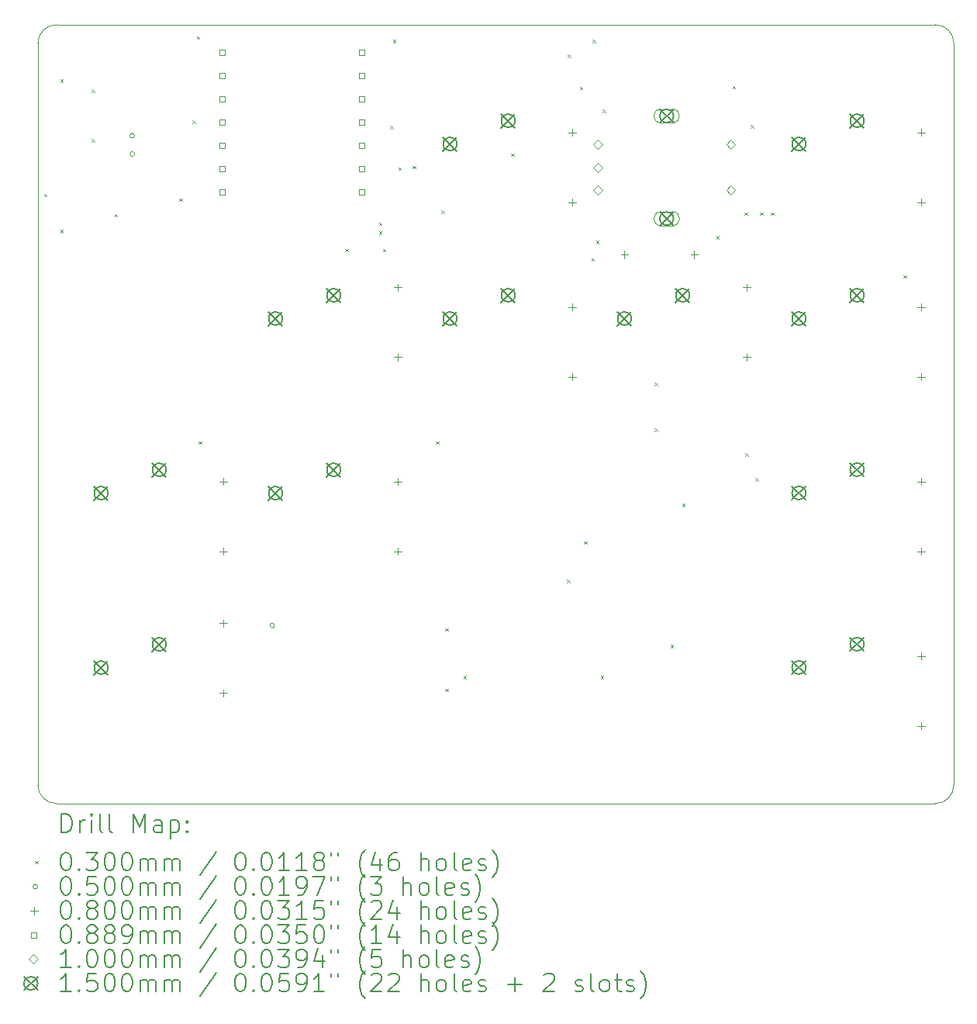
<source format=gbr>
%TF.GenerationSoftware,KiCad,Pcbnew,8.99.0-3401-ge9e4e7a3ff*%
%TF.CreationDate,2025-02-25T13:13:04+01:00*%
%TF.ProjectId,hackpad,6861636b-7061-4642-9e6b-696361645f70,rev?*%
%TF.SameCoordinates,Original*%
%TF.FileFunction,Drillmap*%
%TF.FilePolarity,Positive*%
%FSLAX45Y45*%
G04 Gerber Fmt 4.5, Leading zero omitted, Abs format (unit mm)*
G04 Created by KiCad (PCBNEW 8.99.0-3401-ge9e4e7a3ff) date 2025-02-25 13:13:04*
%MOMM*%
%LPD*%
G01*
G04 APERTURE LIST*
%ADD10C,0.050000*%
%ADD11C,0.200000*%
%ADD12C,0.100000*%
%ADD13C,0.150000*%
G04 APERTURE END LIST*
D10*
X13200000Y-11300000D02*
G75*
G02*
X13000000Y-11500000I-200000J0D01*
G01*
X13200000Y-11300000D02*
X13200000Y-3200000D01*
X13000000Y-3000000D02*
G75*
G02*
X13200000Y-3200000I0J-200000D01*
G01*
X3400000Y-3000000D02*
X13000000Y-3000000D01*
X3400000Y-11500000D02*
X13000000Y-11500000D01*
X3200000Y-3200000D02*
G75*
G02*
X3400000Y-3000000I200000J0D01*
G01*
X3400000Y-11500000D02*
G75*
G02*
X3200000Y-11300000I0J200000D01*
G01*
X3200000Y-3200000D02*
X3200000Y-11300000D01*
D11*
D12*
X3265375Y-4846125D02*
X3295375Y-4876125D01*
X3295375Y-4846125D02*
X3265375Y-4876125D01*
X3445375Y-3596125D02*
X3475375Y-3626125D01*
X3475375Y-3596125D02*
X3445375Y-3626125D01*
X3445375Y-5236125D02*
X3475375Y-5266125D01*
X3475375Y-5236125D02*
X3445375Y-5266125D01*
X3785375Y-3706125D02*
X3815375Y-3736125D01*
X3815375Y-3706125D02*
X3785375Y-3736125D01*
X3785375Y-4246125D02*
X3815375Y-4276125D01*
X3815375Y-4246125D02*
X3785375Y-4276125D01*
X4035375Y-5066125D02*
X4065375Y-5096125D01*
X4065375Y-5066125D02*
X4035375Y-5096125D01*
X4745375Y-4896125D02*
X4775375Y-4926125D01*
X4775375Y-4896125D02*
X4745375Y-4926125D01*
X4885375Y-4046125D02*
X4915375Y-4076125D01*
X4915375Y-4046125D02*
X4885375Y-4076125D01*
X4935375Y-3126125D02*
X4965375Y-3156125D01*
X4965375Y-3126125D02*
X4935375Y-3156125D01*
X4955375Y-7546125D02*
X4985375Y-7576125D01*
X4985375Y-7546125D02*
X4955375Y-7576125D01*
X6555375Y-5446125D02*
X6585375Y-5476125D01*
X6585375Y-5446125D02*
X6555375Y-5476125D01*
X6925375Y-5156125D02*
X6955375Y-5186125D01*
X6955375Y-5156125D02*
X6925375Y-5186125D01*
X6925375Y-5256125D02*
X6955375Y-5286125D01*
X6955375Y-5256125D02*
X6925375Y-5286125D01*
X6965375Y-5446125D02*
X6995375Y-5476125D01*
X6995375Y-5446125D02*
X6965375Y-5476125D01*
X7045375Y-4106125D02*
X7075375Y-4136125D01*
X7075375Y-4106125D02*
X7045375Y-4136125D01*
X7075375Y-3166125D02*
X7105375Y-3196125D01*
X7105375Y-3166125D02*
X7075375Y-3196125D01*
X7135375Y-4556125D02*
X7165375Y-4586125D01*
X7165375Y-4556125D02*
X7135375Y-4586125D01*
X7291468Y-4541123D02*
X7321468Y-4571123D01*
X7321468Y-4541123D02*
X7291468Y-4571123D01*
X7545375Y-7546125D02*
X7575375Y-7576125D01*
X7575375Y-7546125D02*
X7545375Y-7576125D01*
X7605375Y-5026125D02*
X7635375Y-5056125D01*
X7635375Y-5026125D02*
X7605375Y-5056125D01*
X7645375Y-9586125D02*
X7675375Y-9616125D01*
X7675375Y-9586125D02*
X7645375Y-9616125D01*
X7645375Y-10246125D02*
X7675375Y-10276125D01*
X7675375Y-10246125D02*
X7645375Y-10276125D01*
X7845375Y-10106125D02*
X7875375Y-10136125D01*
X7875375Y-10106125D02*
X7845375Y-10136125D01*
X8365375Y-4406125D02*
X8395375Y-4436125D01*
X8395375Y-4406125D02*
X8365375Y-4436125D01*
X8975375Y-9056125D02*
X9005375Y-9086125D01*
X9005375Y-9056125D02*
X8975375Y-9086125D01*
X8985375Y-3326125D02*
X9015375Y-3356125D01*
X9015375Y-3326125D02*
X8985375Y-3356125D01*
X9115375Y-3676125D02*
X9145375Y-3706125D01*
X9145375Y-3676125D02*
X9115375Y-3706125D01*
X9165375Y-8636125D02*
X9195375Y-8666125D01*
X9195375Y-8636125D02*
X9165375Y-8666125D01*
X9245375Y-5546125D02*
X9275375Y-5576125D01*
X9275375Y-5546125D02*
X9245375Y-5576125D01*
X9255375Y-3166125D02*
X9285375Y-3196125D01*
X9285375Y-3166125D02*
X9255375Y-3196125D01*
X9295375Y-5356125D02*
X9325375Y-5386125D01*
X9325375Y-5356125D02*
X9295375Y-5386125D01*
X9345375Y-10106125D02*
X9375375Y-10136125D01*
X9375375Y-10106125D02*
X9345375Y-10136125D01*
X9365375Y-3926125D02*
X9395375Y-3956125D01*
X9395375Y-3926125D02*
X9365375Y-3956125D01*
X9935375Y-6906125D02*
X9965375Y-6936125D01*
X9965375Y-6906125D02*
X9935375Y-6936125D01*
X9935375Y-7406125D02*
X9965375Y-7436125D01*
X9965375Y-7406125D02*
X9935375Y-7436125D01*
X10105375Y-9766125D02*
X10135375Y-9796125D01*
X10135375Y-9766125D02*
X10105375Y-9796125D01*
X10235375Y-8226125D02*
X10265375Y-8256125D01*
X10265375Y-8226125D02*
X10235375Y-8256125D01*
X10605375Y-5306125D02*
X10635375Y-5336125D01*
X10635375Y-5306125D02*
X10605375Y-5336125D01*
X10785375Y-3666125D02*
X10815375Y-3696125D01*
X10815375Y-3666125D02*
X10785375Y-3696125D01*
X10915375Y-5046125D02*
X10945375Y-5076125D01*
X10945375Y-5046125D02*
X10915375Y-5076125D01*
X10925375Y-7676125D02*
X10955375Y-7706125D01*
X10955375Y-7676125D02*
X10925375Y-7706125D01*
X10985375Y-4096125D02*
X11015375Y-4126125D01*
X11015375Y-4096125D02*
X10985375Y-4126125D01*
X11035375Y-7946125D02*
X11065375Y-7976125D01*
X11065375Y-7946125D02*
X11035375Y-7976125D01*
X11085375Y-5046125D02*
X11115375Y-5076125D01*
X11115375Y-5046125D02*
X11085375Y-5076125D01*
X11205375Y-5046125D02*
X11235375Y-5076125D01*
X11235375Y-5046125D02*
X11205375Y-5076125D01*
X12649285Y-5731749D02*
X12679285Y-5761749D01*
X12679285Y-5731749D02*
X12649285Y-5761749D01*
X4255375Y-4211125D02*
G75*
G02*
X4205375Y-4211125I-25000J0D01*
G01*
X4205375Y-4211125D02*
G75*
G02*
X4255375Y-4211125I25000J0D01*
G01*
X4255375Y-4411125D02*
G75*
G02*
X4205375Y-4411125I-25000J0D01*
G01*
X4205375Y-4411125D02*
G75*
G02*
X4255375Y-4411125I25000J0D01*
G01*
X5783654Y-9556753D02*
G75*
G02*
X5733654Y-9556753I-25000J0D01*
G01*
X5733654Y-9556753D02*
G75*
G02*
X5783654Y-9556753I25000J0D01*
G01*
X5222873Y-7945127D02*
X5222873Y-8025127D01*
X5182873Y-7985127D02*
X5262873Y-7985127D01*
X5222873Y-8707127D02*
X5222873Y-8787127D01*
X5182873Y-8747127D02*
X5262873Y-8747127D01*
X5222873Y-9492940D02*
X5222873Y-9572940D01*
X5182873Y-9532940D02*
X5262873Y-9532940D01*
X5222873Y-10254940D02*
X5222873Y-10334940D01*
X5182873Y-10294940D02*
X5262873Y-10294940D01*
X7127874Y-5825812D02*
X7127874Y-5905812D01*
X7087874Y-5865812D02*
X7167874Y-5865812D01*
X7127874Y-6587812D02*
X7127874Y-6667812D01*
X7087874Y-6627812D02*
X7167874Y-6627812D01*
X7127874Y-7945127D02*
X7127874Y-8025127D01*
X7087874Y-7985127D02*
X7167874Y-7985127D01*
X7127874Y-8707127D02*
X7127874Y-8787127D01*
X7087874Y-8747127D02*
X7167874Y-8747127D01*
X9032876Y-4135123D02*
X9032876Y-4215123D01*
X8992876Y-4175123D02*
X9072876Y-4175123D01*
X9032876Y-4897123D02*
X9032876Y-4977123D01*
X8992876Y-4937123D02*
X9072876Y-4937123D01*
X9032876Y-6040125D02*
X9032876Y-6120125D01*
X8992876Y-6080125D02*
X9072876Y-6080125D01*
X9032876Y-6802125D02*
X9032876Y-6882125D01*
X8992876Y-6842125D02*
X9072876Y-6842125D01*
X9604377Y-5468624D02*
X9604377Y-5548624D01*
X9564377Y-5508624D02*
X9644377Y-5508624D01*
X10366377Y-5468624D02*
X10366377Y-5548624D01*
X10326377Y-5508624D02*
X10406377Y-5508624D01*
X10937877Y-5825812D02*
X10937877Y-5905812D01*
X10897877Y-5865812D02*
X10977877Y-5865812D01*
X10937877Y-6587812D02*
X10937877Y-6667812D01*
X10897877Y-6627812D02*
X10977877Y-6627812D01*
X12842879Y-4135123D02*
X12842879Y-4215123D01*
X12802879Y-4175123D02*
X12882879Y-4175123D01*
X12842879Y-4897123D02*
X12842879Y-4977123D01*
X12802879Y-4937123D02*
X12882879Y-4937123D01*
X12842879Y-6040125D02*
X12842879Y-6120125D01*
X12802879Y-6080125D02*
X12882879Y-6080125D01*
X12842879Y-6802125D02*
X12842879Y-6882125D01*
X12802879Y-6842125D02*
X12882879Y-6842125D01*
X12842879Y-7945127D02*
X12842879Y-8025127D01*
X12802879Y-7985127D02*
X12882879Y-7985127D01*
X12842879Y-8707127D02*
X12842879Y-8787127D01*
X12802879Y-8747127D02*
X12882879Y-8747127D01*
X12842879Y-9850128D02*
X12842879Y-9930128D01*
X12802879Y-9890128D02*
X12882879Y-9890128D01*
X12842879Y-10612128D02*
X12842879Y-10692128D01*
X12802879Y-10652128D02*
X12882879Y-10652128D01*
X5244431Y-3332556D02*
X5244431Y-3269694D01*
X5181569Y-3269694D01*
X5181569Y-3332556D01*
X5244431Y-3332556D01*
X5244431Y-3586556D02*
X5244431Y-3523694D01*
X5181569Y-3523694D01*
X5181569Y-3586556D01*
X5244431Y-3586556D01*
X5244431Y-3840556D02*
X5244431Y-3777694D01*
X5181569Y-3777694D01*
X5181569Y-3840556D01*
X5244431Y-3840556D01*
X5244431Y-4094556D02*
X5244431Y-4031694D01*
X5181569Y-4031694D01*
X5181569Y-4094556D01*
X5244431Y-4094556D01*
X5244431Y-4348556D02*
X5244431Y-4285694D01*
X5181569Y-4285694D01*
X5181569Y-4348556D01*
X5244431Y-4348556D01*
X5244431Y-4602556D02*
X5244431Y-4539694D01*
X5181569Y-4539694D01*
X5181569Y-4602556D01*
X5244431Y-4602556D01*
X5244431Y-4856556D02*
X5244431Y-4793694D01*
X5181569Y-4793694D01*
X5181569Y-4856556D01*
X5244431Y-4856556D01*
X6768431Y-3332556D02*
X6768431Y-3269694D01*
X6705569Y-3269694D01*
X6705569Y-3332556D01*
X6768431Y-3332556D01*
X6768431Y-3586556D02*
X6768431Y-3523694D01*
X6705569Y-3523694D01*
X6705569Y-3586556D01*
X6768431Y-3586556D01*
X6768431Y-3840556D02*
X6768431Y-3777694D01*
X6705569Y-3777694D01*
X6705569Y-3840556D01*
X6768431Y-3840556D01*
X6768431Y-4094556D02*
X6768431Y-4031694D01*
X6705569Y-4031694D01*
X6705569Y-4094556D01*
X6768431Y-4094556D01*
X6768431Y-4348556D02*
X6768431Y-4285694D01*
X6705569Y-4285694D01*
X6705569Y-4348556D01*
X6768431Y-4348556D01*
X6768431Y-4602556D02*
X6768431Y-4539694D01*
X6705569Y-4539694D01*
X6705569Y-4602556D01*
X6768431Y-4602556D01*
X6768431Y-4856556D02*
X6768431Y-4793694D01*
X6705569Y-4793694D01*
X6705569Y-4856556D01*
X6768431Y-4856556D01*
X9315375Y-4356125D02*
X9365375Y-4306125D01*
X9315375Y-4256125D01*
X9265375Y-4306125D01*
X9315375Y-4356125D01*
X9315375Y-4606125D02*
X9365375Y-4556125D01*
X9315375Y-4506125D01*
X9265375Y-4556125D01*
X9315375Y-4606125D01*
X9315375Y-4856125D02*
X9365375Y-4806125D01*
X9315375Y-4756125D01*
X9265375Y-4806125D01*
X9315375Y-4856125D01*
X10765375Y-4356125D02*
X10815375Y-4306125D01*
X10765375Y-4256125D01*
X10715375Y-4306125D01*
X10765375Y-4356125D01*
X10765375Y-4856125D02*
X10815375Y-4806125D01*
X10765375Y-4756125D01*
X10715375Y-4806125D01*
X10765375Y-4856125D01*
D13*
X3814375Y-8037125D02*
X3964375Y-8187125D01*
X3964375Y-8037125D02*
X3814375Y-8187125D01*
X3964375Y-8112125D02*
G75*
G02*
X3814375Y-8112125I-75000J0D01*
G01*
X3814375Y-8112125D02*
G75*
G02*
X3964375Y-8112125I75000J0D01*
G01*
X3814375Y-9942125D02*
X3964375Y-10092125D01*
X3964375Y-9942125D02*
X3814375Y-10092125D01*
X3964375Y-10017125D02*
G75*
G02*
X3814375Y-10017125I-75000J0D01*
G01*
X3814375Y-10017125D02*
G75*
G02*
X3964375Y-10017125I75000J0D01*
G01*
X4449375Y-7783125D02*
X4599375Y-7933125D01*
X4599375Y-7783125D02*
X4449375Y-7933125D01*
X4599375Y-7858125D02*
G75*
G02*
X4449375Y-7858125I-75000J0D01*
G01*
X4449375Y-7858125D02*
G75*
G02*
X4599375Y-7858125I75000J0D01*
G01*
X4449375Y-9688125D02*
X4599375Y-9838125D01*
X4599375Y-9688125D02*
X4449375Y-9838125D01*
X4599375Y-9763125D02*
G75*
G02*
X4449375Y-9763125I-75000J0D01*
G01*
X4449375Y-9763125D02*
G75*
G02*
X4599375Y-9763125I75000J0D01*
G01*
X5719375Y-6132125D02*
X5869375Y-6282125D01*
X5869375Y-6132125D02*
X5719375Y-6282125D01*
X5869375Y-6207125D02*
G75*
G02*
X5719375Y-6207125I-75000J0D01*
G01*
X5719375Y-6207125D02*
G75*
G02*
X5869375Y-6207125I75000J0D01*
G01*
X5719375Y-8037125D02*
X5869375Y-8187125D01*
X5869375Y-8037125D02*
X5719375Y-8187125D01*
X5869375Y-8112125D02*
G75*
G02*
X5719375Y-8112125I-75000J0D01*
G01*
X5719375Y-8112125D02*
G75*
G02*
X5869375Y-8112125I75000J0D01*
G01*
X6354375Y-5878125D02*
X6504375Y-6028125D01*
X6504375Y-5878125D02*
X6354375Y-6028125D01*
X6504375Y-5953125D02*
G75*
G02*
X6354375Y-5953125I-75000J0D01*
G01*
X6354375Y-5953125D02*
G75*
G02*
X6504375Y-5953125I75000J0D01*
G01*
X6354375Y-7783125D02*
X6504375Y-7933125D01*
X6504375Y-7783125D02*
X6354375Y-7933125D01*
X6504375Y-7858125D02*
G75*
G02*
X6354375Y-7858125I-75000J0D01*
G01*
X6354375Y-7858125D02*
G75*
G02*
X6504375Y-7858125I75000J0D01*
G01*
X7624375Y-4227125D02*
X7774375Y-4377125D01*
X7774375Y-4227125D02*
X7624375Y-4377125D01*
X7774375Y-4302125D02*
G75*
G02*
X7624375Y-4302125I-75000J0D01*
G01*
X7624375Y-4302125D02*
G75*
G02*
X7774375Y-4302125I75000J0D01*
G01*
X7624375Y-6132125D02*
X7774375Y-6282125D01*
X7774375Y-6132125D02*
X7624375Y-6282125D01*
X7774375Y-6207125D02*
G75*
G02*
X7624375Y-6207125I-75000J0D01*
G01*
X7624375Y-6207125D02*
G75*
G02*
X7774375Y-6207125I75000J0D01*
G01*
X8259375Y-3973125D02*
X8409375Y-4123125D01*
X8409375Y-3973125D02*
X8259375Y-4123125D01*
X8409375Y-4048125D02*
G75*
G02*
X8259375Y-4048125I-75000J0D01*
G01*
X8259375Y-4048125D02*
G75*
G02*
X8409375Y-4048125I75000J0D01*
G01*
X8259375Y-5878125D02*
X8409375Y-6028125D01*
X8409375Y-5878125D02*
X8259375Y-6028125D01*
X8409375Y-5953125D02*
G75*
G02*
X8259375Y-5953125I-75000J0D01*
G01*
X8259375Y-5953125D02*
G75*
G02*
X8409375Y-5953125I75000J0D01*
G01*
X9529375Y-6132125D02*
X9679375Y-6282125D01*
X9679375Y-6132125D02*
X9529375Y-6282125D01*
X9679375Y-6207125D02*
G75*
G02*
X9529375Y-6207125I-75000J0D01*
G01*
X9529375Y-6207125D02*
G75*
G02*
X9679375Y-6207125I75000J0D01*
G01*
X9990375Y-3921125D02*
X10140375Y-4071125D01*
X10140375Y-3921125D02*
X9990375Y-4071125D01*
X10140375Y-3996125D02*
G75*
G02*
X9990375Y-3996125I-75000J0D01*
G01*
X9990375Y-3996125D02*
G75*
G02*
X10140375Y-3996125I75000J0D01*
G01*
D12*
X10000375Y-4071125D02*
X10130375Y-4071125D01*
X10130375Y-3921125D02*
G75*
G02*
X10130375Y-4071125I0J-75000D01*
G01*
X10130375Y-3921125D02*
X10000375Y-3921125D01*
X10000375Y-3921125D02*
G75*
G03*
X10000375Y-4071125I0J-75000D01*
G01*
D13*
X9990375Y-5041125D02*
X10140375Y-5191125D01*
X10140375Y-5041125D02*
X9990375Y-5191125D01*
X10140375Y-5116125D02*
G75*
G02*
X9990375Y-5116125I-75000J0D01*
G01*
X9990375Y-5116125D02*
G75*
G02*
X10140375Y-5116125I75000J0D01*
G01*
D12*
X10000375Y-5191125D02*
X10130375Y-5191125D01*
X10130375Y-5041125D02*
G75*
G02*
X10130375Y-5191125I0J-75000D01*
G01*
X10130375Y-5041125D02*
X10000375Y-5041125D01*
X10000375Y-5041125D02*
G75*
G03*
X10000375Y-5191125I0J-75000D01*
G01*
D13*
X10164375Y-5878125D02*
X10314375Y-6028125D01*
X10314375Y-5878125D02*
X10164375Y-6028125D01*
X10314375Y-5953125D02*
G75*
G02*
X10164375Y-5953125I-75000J0D01*
G01*
X10164375Y-5953125D02*
G75*
G02*
X10314375Y-5953125I75000J0D01*
G01*
X11434000Y-8035250D02*
X11584000Y-8185250D01*
X11584000Y-8035250D02*
X11434000Y-8185250D01*
X11584000Y-8110250D02*
G75*
G02*
X11434000Y-8110250I-75000J0D01*
G01*
X11434000Y-8110250D02*
G75*
G02*
X11584000Y-8110250I75000J0D01*
G01*
X11434000Y-9940250D02*
X11584000Y-10090250D01*
X11584000Y-9940250D02*
X11434000Y-10090250D01*
X11584000Y-10015250D02*
G75*
G02*
X11434000Y-10015250I-75000J0D01*
G01*
X11434000Y-10015250D02*
G75*
G02*
X11584000Y-10015250I75000J0D01*
G01*
X11434375Y-4227125D02*
X11584375Y-4377125D01*
X11584375Y-4227125D02*
X11434375Y-4377125D01*
X11584375Y-4302125D02*
G75*
G02*
X11434375Y-4302125I-75000J0D01*
G01*
X11434375Y-4302125D02*
G75*
G02*
X11584375Y-4302125I75000J0D01*
G01*
X11434375Y-6132125D02*
X11584375Y-6282125D01*
X11584375Y-6132125D02*
X11434375Y-6282125D01*
X11584375Y-6207125D02*
G75*
G02*
X11434375Y-6207125I-75000J0D01*
G01*
X11434375Y-6207125D02*
G75*
G02*
X11584375Y-6207125I75000J0D01*
G01*
X12069000Y-7781250D02*
X12219000Y-7931250D01*
X12219000Y-7781250D02*
X12069000Y-7931250D01*
X12219000Y-7856250D02*
G75*
G02*
X12069000Y-7856250I-75000J0D01*
G01*
X12069000Y-7856250D02*
G75*
G02*
X12219000Y-7856250I75000J0D01*
G01*
X12069000Y-9686250D02*
X12219000Y-9836250D01*
X12219000Y-9686250D02*
X12069000Y-9836250D01*
X12219000Y-9761250D02*
G75*
G02*
X12069000Y-9761250I-75000J0D01*
G01*
X12069000Y-9761250D02*
G75*
G02*
X12219000Y-9761250I75000J0D01*
G01*
X12069375Y-3973125D02*
X12219375Y-4123125D01*
X12219375Y-3973125D02*
X12069375Y-4123125D01*
X12219375Y-4048125D02*
G75*
G02*
X12069375Y-4048125I-75000J0D01*
G01*
X12069375Y-4048125D02*
G75*
G02*
X12219375Y-4048125I75000J0D01*
G01*
X12069375Y-5878125D02*
X12219375Y-6028125D01*
X12219375Y-5878125D02*
X12069375Y-6028125D01*
X12219375Y-5953125D02*
G75*
G02*
X12069375Y-5953125I-75000J0D01*
G01*
X12069375Y-5953125D02*
G75*
G02*
X12219375Y-5953125I75000J0D01*
G01*
D11*
X3458277Y-11813984D02*
X3458277Y-11613984D01*
X3458277Y-11613984D02*
X3505896Y-11613984D01*
X3505896Y-11613984D02*
X3534467Y-11623508D01*
X3534467Y-11623508D02*
X3553515Y-11642555D01*
X3553515Y-11642555D02*
X3563039Y-11661603D01*
X3563039Y-11661603D02*
X3572562Y-11699698D01*
X3572562Y-11699698D02*
X3572562Y-11728269D01*
X3572562Y-11728269D02*
X3563039Y-11766365D01*
X3563039Y-11766365D02*
X3553515Y-11785412D01*
X3553515Y-11785412D02*
X3534467Y-11804460D01*
X3534467Y-11804460D02*
X3505896Y-11813984D01*
X3505896Y-11813984D02*
X3458277Y-11813984D01*
X3658277Y-11813984D02*
X3658277Y-11680650D01*
X3658277Y-11718746D02*
X3667801Y-11699698D01*
X3667801Y-11699698D02*
X3677324Y-11690174D01*
X3677324Y-11690174D02*
X3696372Y-11680650D01*
X3696372Y-11680650D02*
X3715420Y-11680650D01*
X3782086Y-11813984D02*
X3782086Y-11680650D01*
X3782086Y-11613984D02*
X3772562Y-11623508D01*
X3772562Y-11623508D02*
X3782086Y-11633031D01*
X3782086Y-11633031D02*
X3791610Y-11623508D01*
X3791610Y-11623508D02*
X3782086Y-11613984D01*
X3782086Y-11613984D02*
X3782086Y-11633031D01*
X3905896Y-11813984D02*
X3886848Y-11804460D01*
X3886848Y-11804460D02*
X3877324Y-11785412D01*
X3877324Y-11785412D02*
X3877324Y-11613984D01*
X4010658Y-11813984D02*
X3991610Y-11804460D01*
X3991610Y-11804460D02*
X3982086Y-11785412D01*
X3982086Y-11785412D02*
X3982086Y-11613984D01*
X4239229Y-11813984D02*
X4239229Y-11613984D01*
X4239229Y-11613984D02*
X4305896Y-11756841D01*
X4305896Y-11756841D02*
X4372563Y-11613984D01*
X4372563Y-11613984D02*
X4372563Y-11813984D01*
X4553515Y-11813984D02*
X4553515Y-11709222D01*
X4553515Y-11709222D02*
X4543991Y-11690174D01*
X4543991Y-11690174D02*
X4524944Y-11680650D01*
X4524944Y-11680650D02*
X4486848Y-11680650D01*
X4486848Y-11680650D02*
X4467801Y-11690174D01*
X4553515Y-11804460D02*
X4534467Y-11813984D01*
X4534467Y-11813984D02*
X4486848Y-11813984D01*
X4486848Y-11813984D02*
X4467801Y-11804460D01*
X4467801Y-11804460D02*
X4458277Y-11785412D01*
X4458277Y-11785412D02*
X4458277Y-11766365D01*
X4458277Y-11766365D02*
X4467801Y-11747317D01*
X4467801Y-11747317D02*
X4486848Y-11737793D01*
X4486848Y-11737793D02*
X4534467Y-11737793D01*
X4534467Y-11737793D02*
X4553515Y-11728269D01*
X4648753Y-11680650D02*
X4648753Y-11880650D01*
X4648753Y-11690174D02*
X4667801Y-11680650D01*
X4667801Y-11680650D02*
X4705896Y-11680650D01*
X4705896Y-11680650D02*
X4724944Y-11690174D01*
X4724944Y-11690174D02*
X4734467Y-11699698D01*
X4734467Y-11699698D02*
X4743991Y-11718746D01*
X4743991Y-11718746D02*
X4743991Y-11775888D01*
X4743991Y-11775888D02*
X4734467Y-11794936D01*
X4734467Y-11794936D02*
X4724944Y-11804460D01*
X4724944Y-11804460D02*
X4705896Y-11813984D01*
X4705896Y-11813984D02*
X4667801Y-11813984D01*
X4667801Y-11813984D02*
X4648753Y-11804460D01*
X4829705Y-11794936D02*
X4839229Y-11804460D01*
X4839229Y-11804460D02*
X4829705Y-11813984D01*
X4829705Y-11813984D02*
X4820182Y-11804460D01*
X4820182Y-11804460D02*
X4829705Y-11794936D01*
X4829705Y-11794936D02*
X4829705Y-11813984D01*
X4829705Y-11690174D02*
X4839229Y-11699698D01*
X4839229Y-11699698D02*
X4829705Y-11709222D01*
X4829705Y-11709222D02*
X4820182Y-11699698D01*
X4820182Y-11699698D02*
X4829705Y-11690174D01*
X4829705Y-11690174D02*
X4829705Y-11709222D01*
D12*
X3167500Y-12127500D02*
X3197500Y-12157500D01*
X3197500Y-12127500D02*
X3167500Y-12157500D01*
D11*
X3496372Y-12033984D02*
X3515420Y-12033984D01*
X3515420Y-12033984D02*
X3534467Y-12043508D01*
X3534467Y-12043508D02*
X3543991Y-12053031D01*
X3543991Y-12053031D02*
X3553515Y-12072079D01*
X3553515Y-12072079D02*
X3563039Y-12110174D01*
X3563039Y-12110174D02*
X3563039Y-12157793D01*
X3563039Y-12157793D02*
X3553515Y-12195888D01*
X3553515Y-12195888D02*
X3543991Y-12214936D01*
X3543991Y-12214936D02*
X3534467Y-12224460D01*
X3534467Y-12224460D02*
X3515420Y-12233984D01*
X3515420Y-12233984D02*
X3496372Y-12233984D01*
X3496372Y-12233984D02*
X3477324Y-12224460D01*
X3477324Y-12224460D02*
X3467801Y-12214936D01*
X3467801Y-12214936D02*
X3458277Y-12195888D01*
X3458277Y-12195888D02*
X3448753Y-12157793D01*
X3448753Y-12157793D02*
X3448753Y-12110174D01*
X3448753Y-12110174D02*
X3458277Y-12072079D01*
X3458277Y-12072079D02*
X3467801Y-12053031D01*
X3467801Y-12053031D02*
X3477324Y-12043508D01*
X3477324Y-12043508D02*
X3496372Y-12033984D01*
X3648753Y-12214936D02*
X3658277Y-12224460D01*
X3658277Y-12224460D02*
X3648753Y-12233984D01*
X3648753Y-12233984D02*
X3639229Y-12224460D01*
X3639229Y-12224460D02*
X3648753Y-12214936D01*
X3648753Y-12214936D02*
X3648753Y-12233984D01*
X3724943Y-12033984D02*
X3848753Y-12033984D01*
X3848753Y-12033984D02*
X3782086Y-12110174D01*
X3782086Y-12110174D02*
X3810658Y-12110174D01*
X3810658Y-12110174D02*
X3829705Y-12119698D01*
X3829705Y-12119698D02*
X3839229Y-12129222D01*
X3839229Y-12129222D02*
X3848753Y-12148269D01*
X3848753Y-12148269D02*
X3848753Y-12195888D01*
X3848753Y-12195888D02*
X3839229Y-12214936D01*
X3839229Y-12214936D02*
X3829705Y-12224460D01*
X3829705Y-12224460D02*
X3810658Y-12233984D01*
X3810658Y-12233984D02*
X3753515Y-12233984D01*
X3753515Y-12233984D02*
X3734467Y-12224460D01*
X3734467Y-12224460D02*
X3724943Y-12214936D01*
X3972562Y-12033984D02*
X3991610Y-12033984D01*
X3991610Y-12033984D02*
X4010658Y-12043508D01*
X4010658Y-12043508D02*
X4020182Y-12053031D01*
X4020182Y-12053031D02*
X4029705Y-12072079D01*
X4029705Y-12072079D02*
X4039229Y-12110174D01*
X4039229Y-12110174D02*
X4039229Y-12157793D01*
X4039229Y-12157793D02*
X4029705Y-12195888D01*
X4029705Y-12195888D02*
X4020182Y-12214936D01*
X4020182Y-12214936D02*
X4010658Y-12224460D01*
X4010658Y-12224460D02*
X3991610Y-12233984D01*
X3991610Y-12233984D02*
X3972562Y-12233984D01*
X3972562Y-12233984D02*
X3953515Y-12224460D01*
X3953515Y-12224460D02*
X3943991Y-12214936D01*
X3943991Y-12214936D02*
X3934467Y-12195888D01*
X3934467Y-12195888D02*
X3924943Y-12157793D01*
X3924943Y-12157793D02*
X3924943Y-12110174D01*
X3924943Y-12110174D02*
X3934467Y-12072079D01*
X3934467Y-12072079D02*
X3943991Y-12053031D01*
X3943991Y-12053031D02*
X3953515Y-12043508D01*
X3953515Y-12043508D02*
X3972562Y-12033984D01*
X4163039Y-12033984D02*
X4182086Y-12033984D01*
X4182086Y-12033984D02*
X4201134Y-12043508D01*
X4201134Y-12043508D02*
X4210658Y-12053031D01*
X4210658Y-12053031D02*
X4220182Y-12072079D01*
X4220182Y-12072079D02*
X4229705Y-12110174D01*
X4229705Y-12110174D02*
X4229705Y-12157793D01*
X4229705Y-12157793D02*
X4220182Y-12195888D01*
X4220182Y-12195888D02*
X4210658Y-12214936D01*
X4210658Y-12214936D02*
X4201134Y-12224460D01*
X4201134Y-12224460D02*
X4182086Y-12233984D01*
X4182086Y-12233984D02*
X4163039Y-12233984D01*
X4163039Y-12233984D02*
X4143991Y-12224460D01*
X4143991Y-12224460D02*
X4134467Y-12214936D01*
X4134467Y-12214936D02*
X4124943Y-12195888D01*
X4124943Y-12195888D02*
X4115420Y-12157793D01*
X4115420Y-12157793D02*
X4115420Y-12110174D01*
X4115420Y-12110174D02*
X4124943Y-12072079D01*
X4124943Y-12072079D02*
X4134467Y-12053031D01*
X4134467Y-12053031D02*
X4143991Y-12043508D01*
X4143991Y-12043508D02*
X4163039Y-12033984D01*
X4315420Y-12233984D02*
X4315420Y-12100650D01*
X4315420Y-12119698D02*
X4324944Y-12110174D01*
X4324944Y-12110174D02*
X4343991Y-12100650D01*
X4343991Y-12100650D02*
X4372563Y-12100650D01*
X4372563Y-12100650D02*
X4391610Y-12110174D01*
X4391610Y-12110174D02*
X4401134Y-12129222D01*
X4401134Y-12129222D02*
X4401134Y-12233984D01*
X4401134Y-12129222D02*
X4410658Y-12110174D01*
X4410658Y-12110174D02*
X4429705Y-12100650D01*
X4429705Y-12100650D02*
X4458277Y-12100650D01*
X4458277Y-12100650D02*
X4477325Y-12110174D01*
X4477325Y-12110174D02*
X4486848Y-12129222D01*
X4486848Y-12129222D02*
X4486848Y-12233984D01*
X4582086Y-12233984D02*
X4582086Y-12100650D01*
X4582086Y-12119698D02*
X4591610Y-12110174D01*
X4591610Y-12110174D02*
X4610658Y-12100650D01*
X4610658Y-12100650D02*
X4639229Y-12100650D01*
X4639229Y-12100650D02*
X4658277Y-12110174D01*
X4658277Y-12110174D02*
X4667801Y-12129222D01*
X4667801Y-12129222D02*
X4667801Y-12233984D01*
X4667801Y-12129222D02*
X4677325Y-12110174D01*
X4677325Y-12110174D02*
X4696372Y-12100650D01*
X4696372Y-12100650D02*
X4724944Y-12100650D01*
X4724944Y-12100650D02*
X4743991Y-12110174D01*
X4743991Y-12110174D02*
X4753515Y-12129222D01*
X4753515Y-12129222D02*
X4753515Y-12233984D01*
X5143991Y-12024460D02*
X4972563Y-12281603D01*
X5401134Y-12033984D02*
X5420182Y-12033984D01*
X5420182Y-12033984D02*
X5439229Y-12043508D01*
X5439229Y-12043508D02*
X5448753Y-12053031D01*
X5448753Y-12053031D02*
X5458277Y-12072079D01*
X5458277Y-12072079D02*
X5467801Y-12110174D01*
X5467801Y-12110174D02*
X5467801Y-12157793D01*
X5467801Y-12157793D02*
X5458277Y-12195888D01*
X5458277Y-12195888D02*
X5448753Y-12214936D01*
X5448753Y-12214936D02*
X5439229Y-12224460D01*
X5439229Y-12224460D02*
X5420182Y-12233984D01*
X5420182Y-12233984D02*
X5401134Y-12233984D01*
X5401134Y-12233984D02*
X5382087Y-12224460D01*
X5382087Y-12224460D02*
X5372563Y-12214936D01*
X5372563Y-12214936D02*
X5363039Y-12195888D01*
X5363039Y-12195888D02*
X5353515Y-12157793D01*
X5353515Y-12157793D02*
X5353515Y-12110174D01*
X5353515Y-12110174D02*
X5363039Y-12072079D01*
X5363039Y-12072079D02*
X5372563Y-12053031D01*
X5372563Y-12053031D02*
X5382087Y-12043508D01*
X5382087Y-12043508D02*
X5401134Y-12033984D01*
X5553515Y-12214936D02*
X5563039Y-12224460D01*
X5563039Y-12224460D02*
X5553515Y-12233984D01*
X5553515Y-12233984D02*
X5543991Y-12224460D01*
X5543991Y-12224460D02*
X5553515Y-12214936D01*
X5553515Y-12214936D02*
X5553515Y-12233984D01*
X5686848Y-12033984D02*
X5705896Y-12033984D01*
X5705896Y-12033984D02*
X5724944Y-12043508D01*
X5724944Y-12043508D02*
X5734467Y-12053031D01*
X5734467Y-12053031D02*
X5743991Y-12072079D01*
X5743991Y-12072079D02*
X5753515Y-12110174D01*
X5753515Y-12110174D02*
X5753515Y-12157793D01*
X5753515Y-12157793D02*
X5743991Y-12195888D01*
X5743991Y-12195888D02*
X5734467Y-12214936D01*
X5734467Y-12214936D02*
X5724944Y-12224460D01*
X5724944Y-12224460D02*
X5705896Y-12233984D01*
X5705896Y-12233984D02*
X5686848Y-12233984D01*
X5686848Y-12233984D02*
X5667801Y-12224460D01*
X5667801Y-12224460D02*
X5658277Y-12214936D01*
X5658277Y-12214936D02*
X5648753Y-12195888D01*
X5648753Y-12195888D02*
X5639229Y-12157793D01*
X5639229Y-12157793D02*
X5639229Y-12110174D01*
X5639229Y-12110174D02*
X5648753Y-12072079D01*
X5648753Y-12072079D02*
X5658277Y-12053031D01*
X5658277Y-12053031D02*
X5667801Y-12043508D01*
X5667801Y-12043508D02*
X5686848Y-12033984D01*
X5943991Y-12233984D02*
X5829706Y-12233984D01*
X5886848Y-12233984D02*
X5886848Y-12033984D01*
X5886848Y-12033984D02*
X5867801Y-12062555D01*
X5867801Y-12062555D02*
X5848753Y-12081603D01*
X5848753Y-12081603D02*
X5829706Y-12091127D01*
X6134467Y-12233984D02*
X6020182Y-12233984D01*
X6077325Y-12233984D02*
X6077325Y-12033984D01*
X6077325Y-12033984D02*
X6058277Y-12062555D01*
X6058277Y-12062555D02*
X6039229Y-12081603D01*
X6039229Y-12081603D02*
X6020182Y-12091127D01*
X6248753Y-12119698D02*
X6229706Y-12110174D01*
X6229706Y-12110174D02*
X6220182Y-12100650D01*
X6220182Y-12100650D02*
X6210658Y-12081603D01*
X6210658Y-12081603D02*
X6210658Y-12072079D01*
X6210658Y-12072079D02*
X6220182Y-12053031D01*
X6220182Y-12053031D02*
X6229706Y-12043508D01*
X6229706Y-12043508D02*
X6248753Y-12033984D01*
X6248753Y-12033984D02*
X6286848Y-12033984D01*
X6286848Y-12033984D02*
X6305896Y-12043508D01*
X6305896Y-12043508D02*
X6315420Y-12053031D01*
X6315420Y-12053031D02*
X6324944Y-12072079D01*
X6324944Y-12072079D02*
X6324944Y-12081603D01*
X6324944Y-12081603D02*
X6315420Y-12100650D01*
X6315420Y-12100650D02*
X6305896Y-12110174D01*
X6305896Y-12110174D02*
X6286848Y-12119698D01*
X6286848Y-12119698D02*
X6248753Y-12119698D01*
X6248753Y-12119698D02*
X6229706Y-12129222D01*
X6229706Y-12129222D02*
X6220182Y-12138746D01*
X6220182Y-12138746D02*
X6210658Y-12157793D01*
X6210658Y-12157793D02*
X6210658Y-12195888D01*
X6210658Y-12195888D02*
X6220182Y-12214936D01*
X6220182Y-12214936D02*
X6229706Y-12224460D01*
X6229706Y-12224460D02*
X6248753Y-12233984D01*
X6248753Y-12233984D02*
X6286848Y-12233984D01*
X6286848Y-12233984D02*
X6305896Y-12224460D01*
X6305896Y-12224460D02*
X6315420Y-12214936D01*
X6315420Y-12214936D02*
X6324944Y-12195888D01*
X6324944Y-12195888D02*
X6324944Y-12157793D01*
X6324944Y-12157793D02*
X6315420Y-12138746D01*
X6315420Y-12138746D02*
X6305896Y-12129222D01*
X6305896Y-12129222D02*
X6286848Y-12119698D01*
X6401134Y-12033984D02*
X6401134Y-12072079D01*
X6477325Y-12033984D02*
X6477325Y-12072079D01*
X6772563Y-12310174D02*
X6763039Y-12300650D01*
X6763039Y-12300650D02*
X6743991Y-12272079D01*
X6743991Y-12272079D02*
X6734468Y-12253031D01*
X6734468Y-12253031D02*
X6724944Y-12224460D01*
X6724944Y-12224460D02*
X6715420Y-12176841D01*
X6715420Y-12176841D02*
X6715420Y-12138746D01*
X6715420Y-12138746D02*
X6724944Y-12091127D01*
X6724944Y-12091127D02*
X6734468Y-12062555D01*
X6734468Y-12062555D02*
X6743991Y-12043508D01*
X6743991Y-12043508D02*
X6763039Y-12014936D01*
X6763039Y-12014936D02*
X6772563Y-12005412D01*
X6934468Y-12100650D02*
X6934468Y-12233984D01*
X6886848Y-12024460D02*
X6839229Y-12167317D01*
X6839229Y-12167317D02*
X6963039Y-12167317D01*
X7124944Y-12033984D02*
X7086848Y-12033984D01*
X7086848Y-12033984D02*
X7067801Y-12043508D01*
X7067801Y-12043508D02*
X7058277Y-12053031D01*
X7058277Y-12053031D02*
X7039229Y-12081603D01*
X7039229Y-12081603D02*
X7029706Y-12119698D01*
X7029706Y-12119698D02*
X7029706Y-12195888D01*
X7029706Y-12195888D02*
X7039229Y-12214936D01*
X7039229Y-12214936D02*
X7048753Y-12224460D01*
X7048753Y-12224460D02*
X7067801Y-12233984D01*
X7067801Y-12233984D02*
X7105896Y-12233984D01*
X7105896Y-12233984D02*
X7124944Y-12224460D01*
X7124944Y-12224460D02*
X7134468Y-12214936D01*
X7134468Y-12214936D02*
X7143991Y-12195888D01*
X7143991Y-12195888D02*
X7143991Y-12148269D01*
X7143991Y-12148269D02*
X7134468Y-12129222D01*
X7134468Y-12129222D02*
X7124944Y-12119698D01*
X7124944Y-12119698D02*
X7105896Y-12110174D01*
X7105896Y-12110174D02*
X7067801Y-12110174D01*
X7067801Y-12110174D02*
X7048753Y-12119698D01*
X7048753Y-12119698D02*
X7039229Y-12129222D01*
X7039229Y-12129222D02*
X7029706Y-12148269D01*
X7382087Y-12233984D02*
X7382087Y-12033984D01*
X7467801Y-12233984D02*
X7467801Y-12129222D01*
X7467801Y-12129222D02*
X7458277Y-12110174D01*
X7458277Y-12110174D02*
X7439230Y-12100650D01*
X7439230Y-12100650D02*
X7410658Y-12100650D01*
X7410658Y-12100650D02*
X7391610Y-12110174D01*
X7391610Y-12110174D02*
X7382087Y-12119698D01*
X7591610Y-12233984D02*
X7572563Y-12224460D01*
X7572563Y-12224460D02*
X7563039Y-12214936D01*
X7563039Y-12214936D02*
X7553515Y-12195888D01*
X7553515Y-12195888D02*
X7553515Y-12138746D01*
X7553515Y-12138746D02*
X7563039Y-12119698D01*
X7563039Y-12119698D02*
X7572563Y-12110174D01*
X7572563Y-12110174D02*
X7591610Y-12100650D01*
X7591610Y-12100650D02*
X7620182Y-12100650D01*
X7620182Y-12100650D02*
X7639230Y-12110174D01*
X7639230Y-12110174D02*
X7648753Y-12119698D01*
X7648753Y-12119698D02*
X7658277Y-12138746D01*
X7658277Y-12138746D02*
X7658277Y-12195888D01*
X7658277Y-12195888D02*
X7648753Y-12214936D01*
X7648753Y-12214936D02*
X7639230Y-12224460D01*
X7639230Y-12224460D02*
X7620182Y-12233984D01*
X7620182Y-12233984D02*
X7591610Y-12233984D01*
X7772563Y-12233984D02*
X7753515Y-12224460D01*
X7753515Y-12224460D02*
X7743991Y-12205412D01*
X7743991Y-12205412D02*
X7743991Y-12033984D01*
X7924944Y-12224460D02*
X7905896Y-12233984D01*
X7905896Y-12233984D02*
X7867801Y-12233984D01*
X7867801Y-12233984D02*
X7848753Y-12224460D01*
X7848753Y-12224460D02*
X7839230Y-12205412D01*
X7839230Y-12205412D02*
X7839230Y-12129222D01*
X7839230Y-12129222D02*
X7848753Y-12110174D01*
X7848753Y-12110174D02*
X7867801Y-12100650D01*
X7867801Y-12100650D02*
X7905896Y-12100650D01*
X7905896Y-12100650D02*
X7924944Y-12110174D01*
X7924944Y-12110174D02*
X7934468Y-12129222D01*
X7934468Y-12129222D02*
X7934468Y-12148269D01*
X7934468Y-12148269D02*
X7839230Y-12167317D01*
X8010658Y-12224460D02*
X8029706Y-12233984D01*
X8029706Y-12233984D02*
X8067801Y-12233984D01*
X8067801Y-12233984D02*
X8086849Y-12224460D01*
X8086849Y-12224460D02*
X8096372Y-12205412D01*
X8096372Y-12205412D02*
X8096372Y-12195888D01*
X8096372Y-12195888D02*
X8086849Y-12176841D01*
X8086849Y-12176841D02*
X8067801Y-12167317D01*
X8067801Y-12167317D02*
X8039230Y-12167317D01*
X8039230Y-12167317D02*
X8020182Y-12157793D01*
X8020182Y-12157793D02*
X8010658Y-12138746D01*
X8010658Y-12138746D02*
X8010658Y-12129222D01*
X8010658Y-12129222D02*
X8020182Y-12110174D01*
X8020182Y-12110174D02*
X8039230Y-12100650D01*
X8039230Y-12100650D02*
X8067801Y-12100650D01*
X8067801Y-12100650D02*
X8086849Y-12110174D01*
X8163039Y-12310174D02*
X8172563Y-12300650D01*
X8172563Y-12300650D02*
X8191611Y-12272079D01*
X8191611Y-12272079D02*
X8201134Y-12253031D01*
X8201134Y-12253031D02*
X8210658Y-12224460D01*
X8210658Y-12224460D02*
X8220182Y-12176841D01*
X8220182Y-12176841D02*
X8220182Y-12138746D01*
X8220182Y-12138746D02*
X8210658Y-12091127D01*
X8210658Y-12091127D02*
X8201134Y-12062555D01*
X8201134Y-12062555D02*
X8191611Y-12043508D01*
X8191611Y-12043508D02*
X8172563Y-12014936D01*
X8172563Y-12014936D02*
X8163039Y-12005412D01*
D12*
X3197500Y-12406500D02*
G75*
G02*
X3147500Y-12406500I-25000J0D01*
G01*
X3147500Y-12406500D02*
G75*
G02*
X3197500Y-12406500I25000J0D01*
G01*
D11*
X3496372Y-12297984D02*
X3515420Y-12297984D01*
X3515420Y-12297984D02*
X3534467Y-12307508D01*
X3534467Y-12307508D02*
X3543991Y-12317031D01*
X3543991Y-12317031D02*
X3553515Y-12336079D01*
X3553515Y-12336079D02*
X3563039Y-12374174D01*
X3563039Y-12374174D02*
X3563039Y-12421793D01*
X3563039Y-12421793D02*
X3553515Y-12459888D01*
X3553515Y-12459888D02*
X3543991Y-12478936D01*
X3543991Y-12478936D02*
X3534467Y-12488460D01*
X3534467Y-12488460D02*
X3515420Y-12497984D01*
X3515420Y-12497984D02*
X3496372Y-12497984D01*
X3496372Y-12497984D02*
X3477324Y-12488460D01*
X3477324Y-12488460D02*
X3467801Y-12478936D01*
X3467801Y-12478936D02*
X3458277Y-12459888D01*
X3458277Y-12459888D02*
X3448753Y-12421793D01*
X3448753Y-12421793D02*
X3448753Y-12374174D01*
X3448753Y-12374174D02*
X3458277Y-12336079D01*
X3458277Y-12336079D02*
X3467801Y-12317031D01*
X3467801Y-12317031D02*
X3477324Y-12307508D01*
X3477324Y-12307508D02*
X3496372Y-12297984D01*
X3648753Y-12478936D02*
X3658277Y-12488460D01*
X3658277Y-12488460D02*
X3648753Y-12497984D01*
X3648753Y-12497984D02*
X3639229Y-12488460D01*
X3639229Y-12488460D02*
X3648753Y-12478936D01*
X3648753Y-12478936D02*
X3648753Y-12497984D01*
X3839229Y-12297984D02*
X3743991Y-12297984D01*
X3743991Y-12297984D02*
X3734467Y-12393222D01*
X3734467Y-12393222D02*
X3743991Y-12383698D01*
X3743991Y-12383698D02*
X3763039Y-12374174D01*
X3763039Y-12374174D02*
X3810658Y-12374174D01*
X3810658Y-12374174D02*
X3829705Y-12383698D01*
X3829705Y-12383698D02*
X3839229Y-12393222D01*
X3839229Y-12393222D02*
X3848753Y-12412269D01*
X3848753Y-12412269D02*
X3848753Y-12459888D01*
X3848753Y-12459888D02*
X3839229Y-12478936D01*
X3839229Y-12478936D02*
X3829705Y-12488460D01*
X3829705Y-12488460D02*
X3810658Y-12497984D01*
X3810658Y-12497984D02*
X3763039Y-12497984D01*
X3763039Y-12497984D02*
X3743991Y-12488460D01*
X3743991Y-12488460D02*
X3734467Y-12478936D01*
X3972562Y-12297984D02*
X3991610Y-12297984D01*
X3991610Y-12297984D02*
X4010658Y-12307508D01*
X4010658Y-12307508D02*
X4020182Y-12317031D01*
X4020182Y-12317031D02*
X4029705Y-12336079D01*
X4029705Y-12336079D02*
X4039229Y-12374174D01*
X4039229Y-12374174D02*
X4039229Y-12421793D01*
X4039229Y-12421793D02*
X4029705Y-12459888D01*
X4029705Y-12459888D02*
X4020182Y-12478936D01*
X4020182Y-12478936D02*
X4010658Y-12488460D01*
X4010658Y-12488460D02*
X3991610Y-12497984D01*
X3991610Y-12497984D02*
X3972562Y-12497984D01*
X3972562Y-12497984D02*
X3953515Y-12488460D01*
X3953515Y-12488460D02*
X3943991Y-12478936D01*
X3943991Y-12478936D02*
X3934467Y-12459888D01*
X3934467Y-12459888D02*
X3924943Y-12421793D01*
X3924943Y-12421793D02*
X3924943Y-12374174D01*
X3924943Y-12374174D02*
X3934467Y-12336079D01*
X3934467Y-12336079D02*
X3943991Y-12317031D01*
X3943991Y-12317031D02*
X3953515Y-12307508D01*
X3953515Y-12307508D02*
X3972562Y-12297984D01*
X4163039Y-12297984D02*
X4182086Y-12297984D01*
X4182086Y-12297984D02*
X4201134Y-12307508D01*
X4201134Y-12307508D02*
X4210658Y-12317031D01*
X4210658Y-12317031D02*
X4220182Y-12336079D01*
X4220182Y-12336079D02*
X4229705Y-12374174D01*
X4229705Y-12374174D02*
X4229705Y-12421793D01*
X4229705Y-12421793D02*
X4220182Y-12459888D01*
X4220182Y-12459888D02*
X4210658Y-12478936D01*
X4210658Y-12478936D02*
X4201134Y-12488460D01*
X4201134Y-12488460D02*
X4182086Y-12497984D01*
X4182086Y-12497984D02*
X4163039Y-12497984D01*
X4163039Y-12497984D02*
X4143991Y-12488460D01*
X4143991Y-12488460D02*
X4134467Y-12478936D01*
X4134467Y-12478936D02*
X4124943Y-12459888D01*
X4124943Y-12459888D02*
X4115420Y-12421793D01*
X4115420Y-12421793D02*
X4115420Y-12374174D01*
X4115420Y-12374174D02*
X4124943Y-12336079D01*
X4124943Y-12336079D02*
X4134467Y-12317031D01*
X4134467Y-12317031D02*
X4143991Y-12307508D01*
X4143991Y-12307508D02*
X4163039Y-12297984D01*
X4315420Y-12497984D02*
X4315420Y-12364650D01*
X4315420Y-12383698D02*
X4324944Y-12374174D01*
X4324944Y-12374174D02*
X4343991Y-12364650D01*
X4343991Y-12364650D02*
X4372563Y-12364650D01*
X4372563Y-12364650D02*
X4391610Y-12374174D01*
X4391610Y-12374174D02*
X4401134Y-12393222D01*
X4401134Y-12393222D02*
X4401134Y-12497984D01*
X4401134Y-12393222D02*
X4410658Y-12374174D01*
X4410658Y-12374174D02*
X4429705Y-12364650D01*
X4429705Y-12364650D02*
X4458277Y-12364650D01*
X4458277Y-12364650D02*
X4477325Y-12374174D01*
X4477325Y-12374174D02*
X4486848Y-12393222D01*
X4486848Y-12393222D02*
X4486848Y-12497984D01*
X4582086Y-12497984D02*
X4582086Y-12364650D01*
X4582086Y-12383698D02*
X4591610Y-12374174D01*
X4591610Y-12374174D02*
X4610658Y-12364650D01*
X4610658Y-12364650D02*
X4639229Y-12364650D01*
X4639229Y-12364650D02*
X4658277Y-12374174D01*
X4658277Y-12374174D02*
X4667801Y-12393222D01*
X4667801Y-12393222D02*
X4667801Y-12497984D01*
X4667801Y-12393222D02*
X4677325Y-12374174D01*
X4677325Y-12374174D02*
X4696372Y-12364650D01*
X4696372Y-12364650D02*
X4724944Y-12364650D01*
X4724944Y-12364650D02*
X4743991Y-12374174D01*
X4743991Y-12374174D02*
X4753515Y-12393222D01*
X4753515Y-12393222D02*
X4753515Y-12497984D01*
X5143991Y-12288460D02*
X4972563Y-12545603D01*
X5401134Y-12297984D02*
X5420182Y-12297984D01*
X5420182Y-12297984D02*
X5439229Y-12307508D01*
X5439229Y-12307508D02*
X5448753Y-12317031D01*
X5448753Y-12317031D02*
X5458277Y-12336079D01*
X5458277Y-12336079D02*
X5467801Y-12374174D01*
X5467801Y-12374174D02*
X5467801Y-12421793D01*
X5467801Y-12421793D02*
X5458277Y-12459888D01*
X5458277Y-12459888D02*
X5448753Y-12478936D01*
X5448753Y-12478936D02*
X5439229Y-12488460D01*
X5439229Y-12488460D02*
X5420182Y-12497984D01*
X5420182Y-12497984D02*
X5401134Y-12497984D01*
X5401134Y-12497984D02*
X5382087Y-12488460D01*
X5382087Y-12488460D02*
X5372563Y-12478936D01*
X5372563Y-12478936D02*
X5363039Y-12459888D01*
X5363039Y-12459888D02*
X5353515Y-12421793D01*
X5353515Y-12421793D02*
X5353515Y-12374174D01*
X5353515Y-12374174D02*
X5363039Y-12336079D01*
X5363039Y-12336079D02*
X5372563Y-12317031D01*
X5372563Y-12317031D02*
X5382087Y-12307508D01*
X5382087Y-12307508D02*
X5401134Y-12297984D01*
X5553515Y-12478936D02*
X5563039Y-12488460D01*
X5563039Y-12488460D02*
X5553515Y-12497984D01*
X5553515Y-12497984D02*
X5543991Y-12488460D01*
X5543991Y-12488460D02*
X5553515Y-12478936D01*
X5553515Y-12478936D02*
X5553515Y-12497984D01*
X5686848Y-12297984D02*
X5705896Y-12297984D01*
X5705896Y-12297984D02*
X5724944Y-12307508D01*
X5724944Y-12307508D02*
X5734467Y-12317031D01*
X5734467Y-12317031D02*
X5743991Y-12336079D01*
X5743991Y-12336079D02*
X5753515Y-12374174D01*
X5753515Y-12374174D02*
X5753515Y-12421793D01*
X5753515Y-12421793D02*
X5743991Y-12459888D01*
X5743991Y-12459888D02*
X5734467Y-12478936D01*
X5734467Y-12478936D02*
X5724944Y-12488460D01*
X5724944Y-12488460D02*
X5705896Y-12497984D01*
X5705896Y-12497984D02*
X5686848Y-12497984D01*
X5686848Y-12497984D02*
X5667801Y-12488460D01*
X5667801Y-12488460D02*
X5658277Y-12478936D01*
X5658277Y-12478936D02*
X5648753Y-12459888D01*
X5648753Y-12459888D02*
X5639229Y-12421793D01*
X5639229Y-12421793D02*
X5639229Y-12374174D01*
X5639229Y-12374174D02*
X5648753Y-12336079D01*
X5648753Y-12336079D02*
X5658277Y-12317031D01*
X5658277Y-12317031D02*
X5667801Y-12307508D01*
X5667801Y-12307508D02*
X5686848Y-12297984D01*
X5943991Y-12497984D02*
X5829706Y-12497984D01*
X5886848Y-12497984D02*
X5886848Y-12297984D01*
X5886848Y-12297984D02*
X5867801Y-12326555D01*
X5867801Y-12326555D02*
X5848753Y-12345603D01*
X5848753Y-12345603D02*
X5829706Y-12355127D01*
X6039229Y-12497984D02*
X6077325Y-12497984D01*
X6077325Y-12497984D02*
X6096372Y-12488460D01*
X6096372Y-12488460D02*
X6105896Y-12478936D01*
X6105896Y-12478936D02*
X6124944Y-12450365D01*
X6124944Y-12450365D02*
X6134467Y-12412269D01*
X6134467Y-12412269D02*
X6134467Y-12336079D01*
X6134467Y-12336079D02*
X6124944Y-12317031D01*
X6124944Y-12317031D02*
X6115420Y-12307508D01*
X6115420Y-12307508D02*
X6096372Y-12297984D01*
X6096372Y-12297984D02*
X6058277Y-12297984D01*
X6058277Y-12297984D02*
X6039229Y-12307508D01*
X6039229Y-12307508D02*
X6029706Y-12317031D01*
X6029706Y-12317031D02*
X6020182Y-12336079D01*
X6020182Y-12336079D02*
X6020182Y-12383698D01*
X6020182Y-12383698D02*
X6029706Y-12402746D01*
X6029706Y-12402746D02*
X6039229Y-12412269D01*
X6039229Y-12412269D02*
X6058277Y-12421793D01*
X6058277Y-12421793D02*
X6096372Y-12421793D01*
X6096372Y-12421793D02*
X6115420Y-12412269D01*
X6115420Y-12412269D02*
X6124944Y-12402746D01*
X6124944Y-12402746D02*
X6134467Y-12383698D01*
X6201134Y-12297984D02*
X6334467Y-12297984D01*
X6334467Y-12297984D02*
X6248753Y-12497984D01*
X6401134Y-12297984D02*
X6401134Y-12336079D01*
X6477325Y-12297984D02*
X6477325Y-12336079D01*
X6772563Y-12574174D02*
X6763039Y-12564650D01*
X6763039Y-12564650D02*
X6743991Y-12536079D01*
X6743991Y-12536079D02*
X6734468Y-12517031D01*
X6734468Y-12517031D02*
X6724944Y-12488460D01*
X6724944Y-12488460D02*
X6715420Y-12440841D01*
X6715420Y-12440841D02*
X6715420Y-12402746D01*
X6715420Y-12402746D02*
X6724944Y-12355127D01*
X6724944Y-12355127D02*
X6734468Y-12326555D01*
X6734468Y-12326555D02*
X6743991Y-12307508D01*
X6743991Y-12307508D02*
X6763039Y-12278936D01*
X6763039Y-12278936D02*
X6772563Y-12269412D01*
X6829706Y-12297984D02*
X6953515Y-12297984D01*
X6953515Y-12297984D02*
X6886848Y-12374174D01*
X6886848Y-12374174D02*
X6915420Y-12374174D01*
X6915420Y-12374174D02*
X6934468Y-12383698D01*
X6934468Y-12383698D02*
X6943991Y-12393222D01*
X6943991Y-12393222D02*
X6953515Y-12412269D01*
X6953515Y-12412269D02*
X6953515Y-12459888D01*
X6953515Y-12459888D02*
X6943991Y-12478936D01*
X6943991Y-12478936D02*
X6934468Y-12488460D01*
X6934468Y-12488460D02*
X6915420Y-12497984D01*
X6915420Y-12497984D02*
X6858277Y-12497984D01*
X6858277Y-12497984D02*
X6839229Y-12488460D01*
X6839229Y-12488460D02*
X6829706Y-12478936D01*
X7191610Y-12497984D02*
X7191610Y-12297984D01*
X7277325Y-12497984D02*
X7277325Y-12393222D01*
X7277325Y-12393222D02*
X7267801Y-12374174D01*
X7267801Y-12374174D02*
X7248753Y-12364650D01*
X7248753Y-12364650D02*
X7220182Y-12364650D01*
X7220182Y-12364650D02*
X7201134Y-12374174D01*
X7201134Y-12374174D02*
X7191610Y-12383698D01*
X7401134Y-12497984D02*
X7382087Y-12488460D01*
X7382087Y-12488460D02*
X7372563Y-12478936D01*
X7372563Y-12478936D02*
X7363039Y-12459888D01*
X7363039Y-12459888D02*
X7363039Y-12402746D01*
X7363039Y-12402746D02*
X7372563Y-12383698D01*
X7372563Y-12383698D02*
X7382087Y-12374174D01*
X7382087Y-12374174D02*
X7401134Y-12364650D01*
X7401134Y-12364650D02*
X7429706Y-12364650D01*
X7429706Y-12364650D02*
X7448753Y-12374174D01*
X7448753Y-12374174D02*
X7458277Y-12383698D01*
X7458277Y-12383698D02*
X7467801Y-12402746D01*
X7467801Y-12402746D02*
X7467801Y-12459888D01*
X7467801Y-12459888D02*
X7458277Y-12478936D01*
X7458277Y-12478936D02*
X7448753Y-12488460D01*
X7448753Y-12488460D02*
X7429706Y-12497984D01*
X7429706Y-12497984D02*
X7401134Y-12497984D01*
X7582087Y-12497984D02*
X7563039Y-12488460D01*
X7563039Y-12488460D02*
X7553515Y-12469412D01*
X7553515Y-12469412D02*
X7553515Y-12297984D01*
X7734468Y-12488460D02*
X7715420Y-12497984D01*
X7715420Y-12497984D02*
X7677325Y-12497984D01*
X7677325Y-12497984D02*
X7658277Y-12488460D01*
X7658277Y-12488460D02*
X7648753Y-12469412D01*
X7648753Y-12469412D02*
X7648753Y-12393222D01*
X7648753Y-12393222D02*
X7658277Y-12374174D01*
X7658277Y-12374174D02*
X7677325Y-12364650D01*
X7677325Y-12364650D02*
X7715420Y-12364650D01*
X7715420Y-12364650D02*
X7734468Y-12374174D01*
X7734468Y-12374174D02*
X7743991Y-12393222D01*
X7743991Y-12393222D02*
X7743991Y-12412269D01*
X7743991Y-12412269D02*
X7648753Y-12431317D01*
X7820182Y-12488460D02*
X7839230Y-12497984D01*
X7839230Y-12497984D02*
X7877325Y-12497984D01*
X7877325Y-12497984D02*
X7896372Y-12488460D01*
X7896372Y-12488460D02*
X7905896Y-12469412D01*
X7905896Y-12469412D02*
X7905896Y-12459888D01*
X7905896Y-12459888D02*
X7896372Y-12440841D01*
X7896372Y-12440841D02*
X7877325Y-12431317D01*
X7877325Y-12431317D02*
X7848753Y-12431317D01*
X7848753Y-12431317D02*
X7829706Y-12421793D01*
X7829706Y-12421793D02*
X7820182Y-12402746D01*
X7820182Y-12402746D02*
X7820182Y-12393222D01*
X7820182Y-12393222D02*
X7829706Y-12374174D01*
X7829706Y-12374174D02*
X7848753Y-12364650D01*
X7848753Y-12364650D02*
X7877325Y-12364650D01*
X7877325Y-12364650D02*
X7896372Y-12374174D01*
X7972563Y-12574174D02*
X7982087Y-12564650D01*
X7982087Y-12564650D02*
X8001134Y-12536079D01*
X8001134Y-12536079D02*
X8010658Y-12517031D01*
X8010658Y-12517031D02*
X8020182Y-12488460D01*
X8020182Y-12488460D02*
X8029706Y-12440841D01*
X8029706Y-12440841D02*
X8029706Y-12402746D01*
X8029706Y-12402746D02*
X8020182Y-12355127D01*
X8020182Y-12355127D02*
X8010658Y-12326555D01*
X8010658Y-12326555D02*
X8001134Y-12307508D01*
X8001134Y-12307508D02*
X7982087Y-12278936D01*
X7982087Y-12278936D02*
X7972563Y-12269412D01*
D12*
X3157500Y-12630500D02*
X3157500Y-12710500D01*
X3117500Y-12670500D02*
X3197500Y-12670500D01*
D11*
X3496372Y-12561984D02*
X3515420Y-12561984D01*
X3515420Y-12561984D02*
X3534467Y-12571508D01*
X3534467Y-12571508D02*
X3543991Y-12581031D01*
X3543991Y-12581031D02*
X3553515Y-12600079D01*
X3553515Y-12600079D02*
X3563039Y-12638174D01*
X3563039Y-12638174D02*
X3563039Y-12685793D01*
X3563039Y-12685793D02*
X3553515Y-12723888D01*
X3553515Y-12723888D02*
X3543991Y-12742936D01*
X3543991Y-12742936D02*
X3534467Y-12752460D01*
X3534467Y-12752460D02*
X3515420Y-12761984D01*
X3515420Y-12761984D02*
X3496372Y-12761984D01*
X3496372Y-12761984D02*
X3477324Y-12752460D01*
X3477324Y-12752460D02*
X3467801Y-12742936D01*
X3467801Y-12742936D02*
X3458277Y-12723888D01*
X3458277Y-12723888D02*
X3448753Y-12685793D01*
X3448753Y-12685793D02*
X3448753Y-12638174D01*
X3448753Y-12638174D02*
X3458277Y-12600079D01*
X3458277Y-12600079D02*
X3467801Y-12581031D01*
X3467801Y-12581031D02*
X3477324Y-12571508D01*
X3477324Y-12571508D02*
X3496372Y-12561984D01*
X3648753Y-12742936D02*
X3658277Y-12752460D01*
X3658277Y-12752460D02*
X3648753Y-12761984D01*
X3648753Y-12761984D02*
X3639229Y-12752460D01*
X3639229Y-12752460D02*
X3648753Y-12742936D01*
X3648753Y-12742936D02*
X3648753Y-12761984D01*
X3772562Y-12647698D02*
X3753515Y-12638174D01*
X3753515Y-12638174D02*
X3743991Y-12628650D01*
X3743991Y-12628650D02*
X3734467Y-12609603D01*
X3734467Y-12609603D02*
X3734467Y-12600079D01*
X3734467Y-12600079D02*
X3743991Y-12581031D01*
X3743991Y-12581031D02*
X3753515Y-12571508D01*
X3753515Y-12571508D02*
X3772562Y-12561984D01*
X3772562Y-12561984D02*
X3810658Y-12561984D01*
X3810658Y-12561984D02*
X3829705Y-12571508D01*
X3829705Y-12571508D02*
X3839229Y-12581031D01*
X3839229Y-12581031D02*
X3848753Y-12600079D01*
X3848753Y-12600079D02*
X3848753Y-12609603D01*
X3848753Y-12609603D02*
X3839229Y-12628650D01*
X3839229Y-12628650D02*
X3829705Y-12638174D01*
X3829705Y-12638174D02*
X3810658Y-12647698D01*
X3810658Y-12647698D02*
X3772562Y-12647698D01*
X3772562Y-12647698D02*
X3753515Y-12657222D01*
X3753515Y-12657222D02*
X3743991Y-12666746D01*
X3743991Y-12666746D02*
X3734467Y-12685793D01*
X3734467Y-12685793D02*
X3734467Y-12723888D01*
X3734467Y-12723888D02*
X3743991Y-12742936D01*
X3743991Y-12742936D02*
X3753515Y-12752460D01*
X3753515Y-12752460D02*
X3772562Y-12761984D01*
X3772562Y-12761984D02*
X3810658Y-12761984D01*
X3810658Y-12761984D02*
X3829705Y-12752460D01*
X3829705Y-12752460D02*
X3839229Y-12742936D01*
X3839229Y-12742936D02*
X3848753Y-12723888D01*
X3848753Y-12723888D02*
X3848753Y-12685793D01*
X3848753Y-12685793D02*
X3839229Y-12666746D01*
X3839229Y-12666746D02*
X3829705Y-12657222D01*
X3829705Y-12657222D02*
X3810658Y-12647698D01*
X3972562Y-12561984D02*
X3991610Y-12561984D01*
X3991610Y-12561984D02*
X4010658Y-12571508D01*
X4010658Y-12571508D02*
X4020182Y-12581031D01*
X4020182Y-12581031D02*
X4029705Y-12600079D01*
X4029705Y-12600079D02*
X4039229Y-12638174D01*
X4039229Y-12638174D02*
X4039229Y-12685793D01*
X4039229Y-12685793D02*
X4029705Y-12723888D01*
X4029705Y-12723888D02*
X4020182Y-12742936D01*
X4020182Y-12742936D02*
X4010658Y-12752460D01*
X4010658Y-12752460D02*
X3991610Y-12761984D01*
X3991610Y-12761984D02*
X3972562Y-12761984D01*
X3972562Y-12761984D02*
X3953515Y-12752460D01*
X3953515Y-12752460D02*
X3943991Y-12742936D01*
X3943991Y-12742936D02*
X3934467Y-12723888D01*
X3934467Y-12723888D02*
X3924943Y-12685793D01*
X3924943Y-12685793D02*
X3924943Y-12638174D01*
X3924943Y-12638174D02*
X3934467Y-12600079D01*
X3934467Y-12600079D02*
X3943991Y-12581031D01*
X3943991Y-12581031D02*
X3953515Y-12571508D01*
X3953515Y-12571508D02*
X3972562Y-12561984D01*
X4163039Y-12561984D02*
X4182086Y-12561984D01*
X4182086Y-12561984D02*
X4201134Y-12571508D01*
X4201134Y-12571508D02*
X4210658Y-12581031D01*
X4210658Y-12581031D02*
X4220182Y-12600079D01*
X4220182Y-12600079D02*
X4229705Y-12638174D01*
X4229705Y-12638174D02*
X4229705Y-12685793D01*
X4229705Y-12685793D02*
X4220182Y-12723888D01*
X4220182Y-12723888D02*
X4210658Y-12742936D01*
X4210658Y-12742936D02*
X4201134Y-12752460D01*
X4201134Y-12752460D02*
X4182086Y-12761984D01*
X4182086Y-12761984D02*
X4163039Y-12761984D01*
X4163039Y-12761984D02*
X4143991Y-12752460D01*
X4143991Y-12752460D02*
X4134467Y-12742936D01*
X4134467Y-12742936D02*
X4124943Y-12723888D01*
X4124943Y-12723888D02*
X4115420Y-12685793D01*
X4115420Y-12685793D02*
X4115420Y-12638174D01*
X4115420Y-12638174D02*
X4124943Y-12600079D01*
X4124943Y-12600079D02*
X4134467Y-12581031D01*
X4134467Y-12581031D02*
X4143991Y-12571508D01*
X4143991Y-12571508D02*
X4163039Y-12561984D01*
X4315420Y-12761984D02*
X4315420Y-12628650D01*
X4315420Y-12647698D02*
X4324944Y-12638174D01*
X4324944Y-12638174D02*
X4343991Y-12628650D01*
X4343991Y-12628650D02*
X4372563Y-12628650D01*
X4372563Y-12628650D02*
X4391610Y-12638174D01*
X4391610Y-12638174D02*
X4401134Y-12657222D01*
X4401134Y-12657222D02*
X4401134Y-12761984D01*
X4401134Y-12657222D02*
X4410658Y-12638174D01*
X4410658Y-12638174D02*
X4429705Y-12628650D01*
X4429705Y-12628650D02*
X4458277Y-12628650D01*
X4458277Y-12628650D02*
X4477325Y-12638174D01*
X4477325Y-12638174D02*
X4486848Y-12657222D01*
X4486848Y-12657222D02*
X4486848Y-12761984D01*
X4582086Y-12761984D02*
X4582086Y-12628650D01*
X4582086Y-12647698D02*
X4591610Y-12638174D01*
X4591610Y-12638174D02*
X4610658Y-12628650D01*
X4610658Y-12628650D02*
X4639229Y-12628650D01*
X4639229Y-12628650D02*
X4658277Y-12638174D01*
X4658277Y-12638174D02*
X4667801Y-12657222D01*
X4667801Y-12657222D02*
X4667801Y-12761984D01*
X4667801Y-12657222D02*
X4677325Y-12638174D01*
X4677325Y-12638174D02*
X4696372Y-12628650D01*
X4696372Y-12628650D02*
X4724944Y-12628650D01*
X4724944Y-12628650D02*
X4743991Y-12638174D01*
X4743991Y-12638174D02*
X4753515Y-12657222D01*
X4753515Y-12657222D02*
X4753515Y-12761984D01*
X5143991Y-12552460D02*
X4972563Y-12809603D01*
X5401134Y-12561984D02*
X5420182Y-12561984D01*
X5420182Y-12561984D02*
X5439229Y-12571508D01*
X5439229Y-12571508D02*
X5448753Y-12581031D01*
X5448753Y-12581031D02*
X5458277Y-12600079D01*
X5458277Y-12600079D02*
X5467801Y-12638174D01*
X5467801Y-12638174D02*
X5467801Y-12685793D01*
X5467801Y-12685793D02*
X5458277Y-12723888D01*
X5458277Y-12723888D02*
X5448753Y-12742936D01*
X5448753Y-12742936D02*
X5439229Y-12752460D01*
X5439229Y-12752460D02*
X5420182Y-12761984D01*
X5420182Y-12761984D02*
X5401134Y-12761984D01*
X5401134Y-12761984D02*
X5382087Y-12752460D01*
X5382087Y-12752460D02*
X5372563Y-12742936D01*
X5372563Y-12742936D02*
X5363039Y-12723888D01*
X5363039Y-12723888D02*
X5353515Y-12685793D01*
X5353515Y-12685793D02*
X5353515Y-12638174D01*
X5353515Y-12638174D02*
X5363039Y-12600079D01*
X5363039Y-12600079D02*
X5372563Y-12581031D01*
X5372563Y-12581031D02*
X5382087Y-12571508D01*
X5382087Y-12571508D02*
X5401134Y-12561984D01*
X5553515Y-12742936D02*
X5563039Y-12752460D01*
X5563039Y-12752460D02*
X5553515Y-12761984D01*
X5553515Y-12761984D02*
X5543991Y-12752460D01*
X5543991Y-12752460D02*
X5553515Y-12742936D01*
X5553515Y-12742936D02*
X5553515Y-12761984D01*
X5686848Y-12561984D02*
X5705896Y-12561984D01*
X5705896Y-12561984D02*
X5724944Y-12571508D01*
X5724944Y-12571508D02*
X5734467Y-12581031D01*
X5734467Y-12581031D02*
X5743991Y-12600079D01*
X5743991Y-12600079D02*
X5753515Y-12638174D01*
X5753515Y-12638174D02*
X5753515Y-12685793D01*
X5753515Y-12685793D02*
X5743991Y-12723888D01*
X5743991Y-12723888D02*
X5734467Y-12742936D01*
X5734467Y-12742936D02*
X5724944Y-12752460D01*
X5724944Y-12752460D02*
X5705896Y-12761984D01*
X5705896Y-12761984D02*
X5686848Y-12761984D01*
X5686848Y-12761984D02*
X5667801Y-12752460D01*
X5667801Y-12752460D02*
X5658277Y-12742936D01*
X5658277Y-12742936D02*
X5648753Y-12723888D01*
X5648753Y-12723888D02*
X5639229Y-12685793D01*
X5639229Y-12685793D02*
X5639229Y-12638174D01*
X5639229Y-12638174D02*
X5648753Y-12600079D01*
X5648753Y-12600079D02*
X5658277Y-12581031D01*
X5658277Y-12581031D02*
X5667801Y-12571508D01*
X5667801Y-12571508D02*
X5686848Y-12561984D01*
X5820182Y-12561984D02*
X5943991Y-12561984D01*
X5943991Y-12561984D02*
X5877325Y-12638174D01*
X5877325Y-12638174D02*
X5905896Y-12638174D01*
X5905896Y-12638174D02*
X5924944Y-12647698D01*
X5924944Y-12647698D02*
X5934467Y-12657222D01*
X5934467Y-12657222D02*
X5943991Y-12676269D01*
X5943991Y-12676269D02*
X5943991Y-12723888D01*
X5943991Y-12723888D02*
X5934467Y-12742936D01*
X5934467Y-12742936D02*
X5924944Y-12752460D01*
X5924944Y-12752460D02*
X5905896Y-12761984D01*
X5905896Y-12761984D02*
X5848753Y-12761984D01*
X5848753Y-12761984D02*
X5829706Y-12752460D01*
X5829706Y-12752460D02*
X5820182Y-12742936D01*
X6134467Y-12761984D02*
X6020182Y-12761984D01*
X6077325Y-12761984D02*
X6077325Y-12561984D01*
X6077325Y-12561984D02*
X6058277Y-12590555D01*
X6058277Y-12590555D02*
X6039229Y-12609603D01*
X6039229Y-12609603D02*
X6020182Y-12619127D01*
X6315420Y-12561984D02*
X6220182Y-12561984D01*
X6220182Y-12561984D02*
X6210658Y-12657222D01*
X6210658Y-12657222D02*
X6220182Y-12647698D01*
X6220182Y-12647698D02*
X6239229Y-12638174D01*
X6239229Y-12638174D02*
X6286848Y-12638174D01*
X6286848Y-12638174D02*
X6305896Y-12647698D01*
X6305896Y-12647698D02*
X6315420Y-12657222D01*
X6315420Y-12657222D02*
X6324944Y-12676269D01*
X6324944Y-12676269D02*
X6324944Y-12723888D01*
X6324944Y-12723888D02*
X6315420Y-12742936D01*
X6315420Y-12742936D02*
X6305896Y-12752460D01*
X6305896Y-12752460D02*
X6286848Y-12761984D01*
X6286848Y-12761984D02*
X6239229Y-12761984D01*
X6239229Y-12761984D02*
X6220182Y-12752460D01*
X6220182Y-12752460D02*
X6210658Y-12742936D01*
X6401134Y-12561984D02*
X6401134Y-12600079D01*
X6477325Y-12561984D02*
X6477325Y-12600079D01*
X6772563Y-12838174D02*
X6763039Y-12828650D01*
X6763039Y-12828650D02*
X6743991Y-12800079D01*
X6743991Y-12800079D02*
X6734468Y-12781031D01*
X6734468Y-12781031D02*
X6724944Y-12752460D01*
X6724944Y-12752460D02*
X6715420Y-12704841D01*
X6715420Y-12704841D02*
X6715420Y-12666746D01*
X6715420Y-12666746D02*
X6724944Y-12619127D01*
X6724944Y-12619127D02*
X6734468Y-12590555D01*
X6734468Y-12590555D02*
X6743991Y-12571508D01*
X6743991Y-12571508D02*
X6763039Y-12542936D01*
X6763039Y-12542936D02*
X6772563Y-12533412D01*
X6839229Y-12581031D02*
X6848753Y-12571508D01*
X6848753Y-12571508D02*
X6867801Y-12561984D01*
X6867801Y-12561984D02*
X6915420Y-12561984D01*
X6915420Y-12561984D02*
X6934468Y-12571508D01*
X6934468Y-12571508D02*
X6943991Y-12581031D01*
X6943991Y-12581031D02*
X6953515Y-12600079D01*
X6953515Y-12600079D02*
X6953515Y-12619127D01*
X6953515Y-12619127D02*
X6943991Y-12647698D01*
X6943991Y-12647698D02*
X6829706Y-12761984D01*
X6829706Y-12761984D02*
X6953515Y-12761984D01*
X7124944Y-12628650D02*
X7124944Y-12761984D01*
X7077325Y-12552460D02*
X7029706Y-12695317D01*
X7029706Y-12695317D02*
X7153515Y-12695317D01*
X7382087Y-12761984D02*
X7382087Y-12561984D01*
X7467801Y-12761984D02*
X7467801Y-12657222D01*
X7467801Y-12657222D02*
X7458277Y-12638174D01*
X7458277Y-12638174D02*
X7439230Y-12628650D01*
X7439230Y-12628650D02*
X7410658Y-12628650D01*
X7410658Y-12628650D02*
X7391610Y-12638174D01*
X7391610Y-12638174D02*
X7382087Y-12647698D01*
X7591610Y-12761984D02*
X7572563Y-12752460D01*
X7572563Y-12752460D02*
X7563039Y-12742936D01*
X7563039Y-12742936D02*
X7553515Y-12723888D01*
X7553515Y-12723888D02*
X7553515Y-12666746D01*
X7553515Y-12666746D02*
X7563039Y-12647698D01*
X7563039Y-12647698D02*
X7572563Y-12638174D01*
X7572563Y-12638174D02*
X7591610Y-12628650D01*
X7591610Y-12628650D02*
X7620182Y-12628650D01*
X7620182Y-12628650D02*
X7639230Y-12638174D01*
X7639230Y-12638174D02*
X7648753Y-12647698D01*
X7648753Y-12647698D02*
X7658277Y-12666746D01*
X7658277Y-12666746D02*
X7658277Y-12723888D01*
X7658277Y-12723888D02*
X7648753Y-12742936D01*
X7648753Y-12742936D02*
X7639230Y-12752460D01*
X7639230Y-12752460D02*
X7620182Y-12761984D01*
X7620182Y-12761984D02*
X7591610Y-12761984D01*
X7772563Y-12761984D02*
X7753515Y-12752460D01*
X7753515Y-12752460D02*
X7743991Y-12733412D01*
X7743991Y-12733412D02*
X7743991Y-12561984D01*
X7924944Y-12752460D02*
X7905896Y-12761984D01*
X7905896Y-12761984D02*
X7867801Y-12761984D01*
X7867801Y-12761984D02*
X7848753Y-12752460D01*
X7848753Y-12752460D02*
X7839230Y-12733412D01*
X7839230Y-12733412D02*
X7839230Y-12657222D01*
X7839230Y-12657222D02*
X7848753Y-12638174D01*
X7848753Y-12638174D02*
X7867801Y-12628650D01*
X7867801Y-12628650D02*
X7905896Y-12628650D01*
X7905896Y-12628650D02*
X7924944Y-12638174D01*
X7924944Y-12638174D02*
X7934468Y-12657222D01*
X7934468Y-12657222D02*
X7934468Y-12676269D01*
X7934468Y-12676269D02*
X7839230Y-12695317D01*
X8010658Y-12752460D02*
X8029706Y-12761984D01*
X8029706Y-12761984D02*
X8067801Y-12761984D01*
X8067801Y-12761984D02*
X8086849Y-12752460D01*
X8086849Y-12752460D02*
X8096372Y-12733412D01*
X8096372Y-12733412D02*
X8096372Y-12723888D01*
X8096372Y-12723888D02*
X8086849Y-12704841D01*
X8086849Y-12704841D02*
X8067801Y-12695317D01*
X8067801Y-12695317D02*
X8039230Y-12695317D01*
X8039230Y-12695317D02*
X8020182Y-12685793D01*
X8020182Y-12685793D02*
X8010658Y-12666746D01*
X8010658Y-12666746D02*
X8010658Y-12657222D01*
X8010658Y-12657222D02*
X8020182Y-12638174D01*
X8020182Y-12638174D02*
X8039230Y-12628650D01*
X8039230Y-12628650D02*
X8067801Y-12628650D01*
X8067801Y-12628650D02*
X8086849Y-12638174D01*
X8163039Y-12838174D02*
X8172563Y-12828650D01*
X8172563Y-12828650D02*
X8191611Y-12800079D01*
X8191611Y-12800079D02*
X8201134Y-12781031D01*
X8201134Y-12781031D02*
X8210658Y-12752460D01*
X8210658Y-12752460D02*
X8220182Y-12704841D01*
X8220182Y-12704841D02*
X8220182Y-12666746D01*
X8220182Y-12666746D02*
X8210658Y-12619127D01*
X8210658Y-12619127D02*
X8201134Y-12590555D01*
X8201134Y-12590555D02*
X8191611Y-12571508D01*
X8191611Y-12571508D02*
X8172563Y-12542936D01*
X8172563Y-12542936D02*
X8163039Y-12533412D01*
D12*
X3184481Y-12965931D02*
X3184481Y-12903069D01*
X3121619Y-12903069D01*
X3121619Y-12965931D01*
X3184481Y-12965931D01*
D11*
X3496372Y-12825984D02*
X3515420Y-12825984D01*
X3515420Y-12825984D02*
X3534467Y-12835508D01*
X3534467Y-12835508D02*
X3543991Y-12845031D01*
X3543991Y-12845031D02*
X3553515Y-12864079D01*
X3553515Y-12864079D02*
X3563039Y-12902174D01*
X3563039Y-12902174D02*
X3563039Y-12949793D01*
X3563039Y-12949793D02*
X3553515Y-12987888D01*
X3553515Y-12987888D02*
X3543991Y-13006936D01*
X3543991Y-13006936D02*
X3534467Y-13016460D01*
X3534467Y-13016460D02*
X3515420Y-13025984D01*
X3515420Y-13025984D02*
X3496372Y-13025984D01*
X3496372Y-13025984D02*
X3477324Y-13016460D01*
X3477324Y-13016460D02*
X3467801Y-13006936D01*
X3467801Y-13006936D02*
X3458277Y-12987888D01*
X3458277Y-12987888D02*
X3448753Y-12949793D01*
X3448753Y-12949793D02*
X3448753Y-12902174D01*
X3448753Y-12902174D02*
X3458277Y-12864079D01*
X3458277Y-12864079D02*
X3467801Y-12845031D01*
X3467801Y-12845031D02*
X3477324Y-12835508D01*
X3477324Y-12835508D02*
X3496372Y-12825984D01*
X3648753Y-13006936D02*
X3658277Y-13016460D01*
X3658277Y-13016460D02*
X3648753Y-13025984D01*
X3648753Y-13025984D02*
X3639229Y-13016460D01*
X3639229Y-13016460D02*
X3648753Y-13006936D01*
X3648753Y-13006936D02*
X3648753Y-13025984D01*
X3772562Y-12911698D02*
X3753515Y-12902174D01*
X3753515Y-12902174D02*
X3743991Y-12892650D01*
X3743991Y-12892650D02*
X3734467Y-12873603D01*
X3734467Y-12873603D02*
X3734467Y-12864079D01*
X3734467Y-12864079D02*
X3743991Y-12845031D01*
X3743991Y-12845031D02*
X3753515Y-12835508D01*
X3753515Y-12835508D02*
X3772562Y-12825984D01*
X3772562Y-12825984D02*
X3810658Y-12825984D01*
X3810658Y-12825984D02*
X3829705Y-12835508D01*
X3829705Y-12835508D02*
X3839229Y-12845031D01*
X3839229Y-12845031D02*
X3848753Y-12864079D01*
X3848753Y-12864079D02*
X3848753Y-12873603D01*
X3848753Y-12873603D02*
X3839229Y-12892650D01*
X3839229Y-12892650D02*
X3829705Y-12902174D01*
X3829705Y-12902174D02*
X3810658Y-12911698D01*
X3810658Y-12911698D02*
X3772562Y-12911698D01*
X3772562Y-12911698D02*
X3753515Y-12921222D01*
X3753515Y-12921222D02*
X3743991Y-12930746D01*
X3743991Y-12930746D02*
X3734467Y-12949793D01*
X3734467Y-12949793D02*
X3734467Y-12987888D01*
X3734467Y-12987888D02*
X3743991Y-13006936D01*
X3743991Y-13006936D02*
X3753515Y-13016460D01*
X3753515Y-13016460D02*
X3772562Y-13025984D01*
X3772562Y-13025984D02*
X3810658Y-13025984D01*
X3810658Y-13025984D02*
X3829705Y-13016460D01*
X3829705Y-13016460D02*
X3839229Y-13006936D01*
X3839229Y-13006936D02*
X3848753Y-12987888D01*
X3848753Y-12987888D02*
X3848753Y-12949793D01*
X3848753Y-12949793D02*
X3839229Y-12930746D01*
X3839229Y-12930746D02*
X3829705Y-12921222D01*
X3829705Y-12921222D02*
X3810658Y-12911698D01*
X3963039Y-12911698D02*
X3943991Y-12902174D01*
X3943991Y-12902174D02*
X3934467Y-12892650D01*
X3934467Y-12892650D02*
X3924943Y-12873603D01*
X3924943Y-12873603D02*
X3924943Y-12864079D01*
X3924943Y-12864079D02*
X3934467Y-12845031D01*
X3934467Y-12845031D02*
X3943991Y-12835508D01*
X3943991Y-12835508D02*
X3963039Y-12825984D01*
X3963039Y-12825984D02*
X4001134Y-12825984D01*
X4001134Y-12825984D02*
X4020182Y-12835508D01*
X4020182Y-12835508D02*
X4029705Y-12845031D01*
X4029705Y-12845031D02*
X4039229Y-12864079D01*
X4039229Y-12864079D02*
X4039229Y-12873603D01*
X4039229Y-12873603D02*
X4029705Y-12892650D01*
X4029705Y-12892650D02*
X4020182Y-12902174D01*
X4020182Y-12902174D02*
X4001134Y-12911698D01*
X4001134Y-12911698D02*
X3963039Y-12911698D01*
X3963039Y-12911698D02*
X3943991Y-12921222D01*
X3943991Y-12921222D02*
X3934467Y-12930746D01*
X3934467Y-12930746D02*
X3924943Y-12949793D01*
X3924943Y-12949793D02*
X3924943Y-12987888D01*
X3924943Y-12987888D02*
X3934467Y-13006936D01*
X3934467Y-13006936D02*
X3943991Y-13016460D01*
X3943991Y-13016460D02*
X3963039Y-13025984D01*
X3963039Y-13025984D02*
X4001134Y-13025984D01*
X4001134Y-13025984D02*
X4020182Y-13016460D01*
X4020182Y-13016460D02*
X4029705Y-13006936D01*
X4029705Y-13006936D02*
X4039229Y-12987888D01*
X4039229Y-12987888D02*
X4039229Y-12949793D01*
X4039229Y-12949793D02*
X4029705Y-12930746D01*
X4029705Y-12930746D02*
X4020182Y-12921222D01*
X4020182Y-12921222D02*
X4001134Y-12911698D01*
X4134467Y-13025984D02*
X4172562Y-13025984D01*
X4172562Y-13025984D02*
X4191610Y-13016460D01*
X4191610Y-13016460D02*
X4201134Y-13006936D01*
X4201134Y-13006936D02*
X4220182Y-12978365D01*
X4220182Y-12978365D02*
X4229705Y-12940269D01*
X4229705Y-12940269D02*
X4229705Y-12864079D01*
X4229705Y-12864079D02*
X4220182Y-12845031D01*
X4220182Y-12845031D02*
X4210658Y-12835508D01*
X4210658Y-12835508D02*
X4191610Y-12825984D01*
X4191610Y-12825984D02*
X4153515Y-12825984D01*
X4153515Y-12825984D02*
X4134467Y-12835508D01*
X4134467Y-12835508D02*
X4124943Y-12845031D01*
X4124943Y-12845031D02*
X4115420Y-12864079D01*
X4115420Y-12864079D02*
X4115420Y-12911698D01*
X4115420Y-12911698D02*
X4124943Y-12930746D01*
X4124943Y-12930746D02*
X4134467Y-12940269D01*
X4134467Y-12940269D02*
X4153515Y-12949793D01*
X4153515Y-12949793D02*
X4191610Y-12949793D01*
X4191610Y-12949793D02*
X4210658Y-12940269D01*
X4210658Y-12940269D02*
X4220182Y-12930746D01*
X4220182Y-12930746D02*
X4229705Y-12911698D01*
X4315420Y-13025984D02*
X4315420Y-12892650D01*
X4315420Y-12911698D02*
X4324944Y-12902174D01*
X4324944Y-12902174D02*
X4343991Y-12892650D01*
X4343991Y-12892650D02*
X4372563Y-12892650D01*
X4372563Y-12892650D02*
X4391610Y-12902174D01*
X4391610Y-12902174D02*
X4401134Y-12921222D01*
X4401134Y-12921222D02*
X4401134Y-13025984D01*
X4401134Y-12921222D02*
X4410658Y-12902174D01*
X4410658Y-12902174D02*
X4429705Y-12892650D01*
X4429705Y-12892650D02*
X4458277Y-12892650D01*
X4458277Y-12892650D02*
X4477325Y-12902174D01*
X4477325Y-12902174D02*
X4486848Y-12921222D01*
X4486848Y-12921222D02*
X4486848Y-13025984D01*
X4582086Y-13025984D02*
X4582086Y-12892650D01*
X4582086Y-12911698D02*
X4591610Y-12902174D01*
X4591610Y-12902174D02*
X4610658Y-12892650D01*
X4610658Y-12892650D02*
X4639229Y-12892650D01*
X4639229Y-12892650D02*
X4658277Y-12902174D01*
X4658277Y-12902174D02*
X4667801Y-12921222D01*
X4667801Y-12921222D02*
X4667801Y-13025984D01*
X4667801Y-12921222D02*
X4677325Y-12902174D01*
X4677325Y-12902174D02*
X4696372Y-12892650D01*
X4696372Y-12892650D02*
X4724944Y-12892650D01*
X4724944Y-12892650D02*
X4743991Y-12902174D01*
X4743991Y-12902174D02*
X4753515Y-12921222D01*
X4753515Y-12921222D02*
X4753515Y-13025984D01*
X5143991Y-12816460D02*
X4972563Y-13073603D01*
X5401134Y-12825984D02*
X5420182Y-12825984D01*
X5420182Y-12825984D02*
X5439229Y-12835508D01*
X5439229Y-12835508D02*
X5448753Y-12845031D01*
X5448753Y-12845031D02*
X5458277Y-12864079D01*
X5458277Y-12864079D02*
X5467801Y-12902174D01*
X5467801Y-12902174D02*
X5467801Y-12949793D01*
X5467801Y-12949793D02*
X5458277Y-12987888D01*
X5458277Y-12987888D02*
X5448753Y-13006936D01*
X5448753Y-13006936D02*
X5439229Y-13016460D01*
X5439229Y-13016460D02*
X5420182Y-13025984D01*
X5420182Y-13025984D02*
X5401134Y-13025984D01*
X5401134Y-13025984D02*
X5382087Y-13016460D01*
X5382087Y-13016460D02*
X5372563Y-13006936D01*
X5372563Y-13006936D02*
X5363039Y-12987888D01*
X5363039Y-12987888D02*
X5353515Y-12949793D01*
X5353515Y-12949793D02*
X5353515Y-12902174D01*
X5353515Y-12902174D02*
X5363039Y-12864079D01*
X5363039Y-12864079D02*
X5372563Y-12845031D01*
X5372563Y-12845031D02*
X5382087Y-12835508D01*
X5382087Y-12835508D02*
X5401134Y-12825984D01*
X5553515Y-13006936D02*
X5563039Y-13016460D01*
X5563039Y-13016460D02*
X5553515Y-13025984D01*
X5553515Y-13025984D02*
X5543991Y-13016460D01*
X5543991Y-13016460D02*
X5553515Y-13006936D01*
X5553515Y-13006936D02*
X5553515Y-13025984D01*
X5686848Y-12825984D02*
X5705896Y-12825984D01*
X5705896Y-12825984D02*
X5724944Y-12835508D01*
X5724944Y-12835508D02*
X5734467Y-12845031D01*
X5734467Y-12845031D02*
X5743991Y-12864079D01*
X5743991Y-12864079D02*
X5753515Y-12902174D01*
X5753515Y-12902174D02*
X5753515Y-12949793D01*
X5753515Y-12949793D02*
X5743991Y-12987888D01*
X5743991Y-12987888D02*
X5734467Y-13006936D01*
X5734467Y-13006936D02*
X5724944Y-13016460D01*
X5724944Y-13016460D02*
X5705896Y-13025984D01*
X5705896Y-13025984D02*
X5686848Y-13025984D01*
X5686848Y-13025984D02*
X5667801Y-13016460D01*
X5667801Y-13016460D02*
X5658277Y-13006936D01*
X5658277Y-13006936D02*
X5648753Y-12987888D01*
X5648753Y-12987888D02*
X5639229Y-12949793D01*
X5639229Y-12949793D02*
X5639229Y-12902174D01*
X5639229Y-12902174D02*
X5648753Y-12864079D01*
X5648753Y-12864079D02*
X5658277Y-12845031D01*
X5658277Y-12845031D02*
X5667801Y-12835508D01*
X5667801Y-12835508D02*
X5686848Y-12825984D01*
X5820182Y-12825984D02*
X5943991Y-12825984D01*
X5943991Y-12825984D02*
X5877325Y-12902174D01*
X5877325Y-12902174D02*
X5905896Y-12902174D01*
X5905896Y-12902174D02*
X5924944Y-12911698D01*
X5924944Y-12911698D02*
X5934467Y-12921222D01*
X5934467Y-12921222D02*
X5943991Y-12940269D01*
X5943991Y-12940269D02*
X5943991Y-12987888D01*
X5943991Y-12987888D02*
X5934467Y-13006936D01*
X5934467Y-13006936D02*
X5924944Y-13016460D01*
X5924944Y-13016460D02*
X5905896Y-13025984D01*
X5905896Y-13025984D02*
X5848753Y-13025984D01*
X5848753Y-13025984D02*
X5829706Y-13016460D01*
X5829706Y-13016460D02*
X5820182Y-13006936D01*
X6124944Y-12825984D02*
X6029706Y-12825984D01*
X6029706Y-12825984D02*
X6020182Y-12921222D01*
X6020182Y-12921222D02*
X6029706Y-12911698D01*
X6029706Y-12911698D02*
X6048753Y-12902174D01*
X6048753Y-12902174D02*
X6096372Y-12902174D01*
X6096372Y-12902174D02*
X6115420Y-12911698D01*
X6115420Y-12911698D02*
X6124944Y-12921222D01*
X6124944Y-12921222D02*
X6134467Y-12940269D01*
X6134467Y-12940269D02*
X6134467Y-12987888D01*
X6134467Y-12987888D02*
X6124944Y-13006936D01*
X6124944Y-13006936D02*
X6115420Y-13016460D01*
X6115420Y-13016460D02*
X6096372Y-13025984D01*
X6096372Y-13025984D02*
X6048753Y-13025984D01*
X6048753Y-13025984D02*
X6029706Y-13016460D01*
X6029706Y-13016460D02*
X6020182Y-13006936D01*
X6258277Y-12825984D02*
X6277325Y-12825984D01*
X6277325Y-12825984D02*
X6296372Y-12835508D01*
X6296372Y-12835508D02*
X6305896Y-12845031D01*
X6305896Y-12845031D02*
X6315420Y-12864079D01*
X6315420Y-12864079D02*
X6324944Y-12902174D01*
X6324944Y-12902174D02*
X6324944Y-12949793D01*
X6324944Y-12949793D02*
X6315420Y-12987888D01*
X6315420Y-12987888D02*
X6305896Y-13006936D01*
X6305896Y-13006936D02*
X6296372Y-13016460D01*
X6296372Y-13016460D02*
X6277325Y-13025984D01*
X6277325Y-13025984D02*
X6258277Y-13025984D01*
X6258277Y-13025984D02*
X6239229Y-13016460D01*
X6239229Y-13016460D02*
X6229706Y-13006936D01*
X6229706Y-13006936D02*
X6220182Y-12987888D01*
X6220182Y-12987888D02*
X6210658Y-12949793D01*
X6210658Y-12949793D02*
X6210658Y-12902174D01*
X6210658Y-12902174D02*
X6220182Y-12864079D01*
X6220182Y-12864079D02*
X6229706Y-12845031D01*
X6229706Y-12845031D02*
X6239229Y-12835508D01*
X6239229Y-12835508D02*
X6258277Y-12825984D01*
X6401134Y-12825984D02*
X6401134Y-12864079D01*
X6477325Y-12825984D02*
X6477325Y-12864079D01*
X6772563Y-13102174D02*
X6763039Y-13092650D01*
X6763039Y-13092650D02*
X6743991Y-13064079D01*
X6743991Y-13064079D02*
X6734468Y-13045031D01*
X6734468Y-13045031D02*
X6724944Y-13016460D01*
X6724944Y-13016460D02*
X6715420Y-12968841D01*
X6715420Y-12968841D02*
X6715420Y-12930746D01*
X6715420Y-12930746D02*
X6724944Y-12883127D01*
X6724944Y-12883127D02*
X6734468Y-12854555D01*
X6734468Y-12854555D02*
X6743991Y-12835508D01*
X6743991Y-12835508D02*
X6763039Y-12806936D01*
X6763039Y-12806936D02*
X6772563Y-12797412D01*
X6953515Y-13025984D02*
X6839229Y-13025984D01*
X6896372Y-13025984D02*
X6896372Y-12825984D01*
X6896372Y-12825984D02*
X6877325Y-12854555D01*
X6877325Y-12854555D02*
X6858277Y-12873603D01*
X6858277Y-12873603D02*
X6839229Y-12883127D01*
X7124944Y-12892650D02*
X7124944Y-13025984D01*
X7077325Y-12816460D02*
X7029706Y-12959317D01*
X7029706Y-12959317D02*
X7153515Y-12959317D01*
X7382087Y-13025984D02*
X7382087Y-12825984D01*
X7467801Y-13025984D02*
X7467801Y-12921222D01*
X7467801Y-12921222D02*
X7458277Y-12902174D01*
X7458277Y-12902174D02*
X7439230Y-12892650D01*
X7439230Y-12892650D02*
X7410658Y-12892650D01*
X7410658Y-12892650D02*
X7391610Y-12902174D01*
X7391610Y-12902174D02*
X7382087Y-12911698D01*
X7591610Y-13025984D02*
X7572563Y-13016460D01*
X7572563Y-13016460D02*
X7563039Y-13006936D01*
X7563039Y-13006936D02*
X7553515Y-12987888D01*
X7553515Y-12987888D02*
X7553515Y-12930746D01*
X7553515Y-12930746D02*
X7563039Y-12911698D01*
X7563039Y-12911698D02*
X7572563Y-12902174D01*
X7572563Y-12902174D02*
X7591610Y-12892650D01*
X7591610Y-12892650D02*
X7620182Y-12892650D01*
X7620182Y-12892650D02*
X7639230Y-12902174D01*
X7639230Y-12902174D02*
X7648753Y-12911698D01*
X7648753Y-12911698D02*
X7658277Y-12930746D01*
X7658277Y-12930746D02*
X7658277Y-12987888D01*
X7658277Y-12987888D02*
X7648753Y-13006936D01*
X7648753Y-13006936D02*
X7639230Y-13016460D01*
X7639230Y-13016460D02*
X7620182Y-13025984D01*
X7620182Y-13025984D02*
X7591610Y-13025984D01*
X7772563Y-13025984D02*
X7753515Y-13016460D01*
X7753515Y-13016460D02*
X7743991Y-12997412D01*
X7743991Y-12997412D02*
X7743991Y-12825984D01*
X7924944Y-13016460D02*
X7905896Y-13025984D01*
X7905896Y-13025984D02*
X7867801Y-13025984D01*
X7867801Y-13025984D02*
X7848753Y-13016460D01*
X7848753Y-13016460D02*
X7839230Y-12997412D01*
X7839230Y-12997412D02*
X7839230Y-12921222D01*
X7839230Y-12921222D02*
X7848753Y-12902174D01*
X7848753Y-12902174D02*
X7867801Y-12892650D01*
X7867801Y-12892650D02*
X7905896Y-12892650D01*
X7905896Y-12892650D02*
X7924944Y-12902174D01*
X7924944Y-12902174D02*
X7934468Y-12921222D01*
X7934468Y-12921222D02*
X7934468Y-12940269D01*
X7934468Y-12940269D02*
X7839230Y-12959317D01*
X8010658Y-13016460D02*
X8029706Y-13025984D01*
X8029706Y-13025984D02*
X8067801Y-13025984D01*
X8067801Y-13025984D02*
X8086849Y-13016460D01*
X8086849Y-13016460D02*
X8096372Y-12997412D01*
X8096372Y-12997412D02*
X8096372Y-12987888D01*
X8096372Y-12987888D02*
X8086849Y-12968841D01*
X8086849Y-12968841D02*
X8067801Y-12959317D01*
X8067801Y-12959317D02*
X8039230Y-12959317D01*
X8039230Y-12959317D02*
X8020182Y-12949793D01*
X8020182Y-12949793D02*
X8010658Y-12930746D01*
X8010658Y-12930746D02*
X8010658Y-12921222D01*
X8010658Y-12921222D02*
X8020182Y-12902174D01*
X8020182Y-12902174D02*
X8039230Y-12892650D01*
X8039230Y-12892650D02*
X8067801Y-12892650D01*
X8067801Y-12892650D02*
X8086849Y-12902174D01*
X8163039Y-13102174D02*
X8172563Y-13092650D01*
X8172563Y-13092650D02*
X8191611Y-13064079D01*
X8191611Y-13064079D02*
X8201134Y-13045031D01*
X8201134Y-13045031D02*
X8210658Y-13016460D01*
X8210658Y-13016460D02*
X8220182Y-12968841D01*
X8220182Y-12968841D02*
X8220182Y-12930746D01*
X8220182Y-12930746D02*
X8210658Y-12883127D01*
X8210658Y-12883127D02*
X8201134Y-12854555D01*
X8201134Y-12854555D02*
X8191611Y-12835508D01*
X8191611Y-12835508D02*
X8172563Y-12806936D01*
X8172563Y-12806936D02*
X8163039Y-12797412D01*
D12*
X3147500Y-13248500D02*
X3197500Y-13198500D01*
X3147500Y-13148500D01*
X3097500Y-13198500D01*
X3147500Y-13248500D01*
D11*
X3563039Y-13289984D02*
X3448753Y-13289984D01*
X3505896Y-13289984D02*
X3505896Y-13089984D01*
X3505896Y-13089984D02*
X3486848Y-13118555D01*
X3486848Y-13118555D02*
X3467801Y-13137603D01*
X3467801Y-13137603D02*
X3448753Y-13147127D01*
X3648753Y-13270936D02*
X3658277Y-13280460D01*
X3658277Y-13280460D02*
X3648753Y-13289984D01*
X3648753Y-13289984D02*
X3639229Y-13280460D01*
X3639229Y-13280460D02*
X3648753Y-13270936D01*
X3648753Y-13270936D02*
X3648753Y-13289984D01*
X3782086Y-13089984D02*
X3801134Y-13089984D01*
X3801134Y-13089984D02*
X3820182Y-13099508D01*
X3820182Y-13099508D02*
X3829705Y-13109031D01*
X3829705Y-13109031D02*
X3839229Y-13128079D01*
X3839229Y-13128079D02*
X3848753Y-13166174D01*
X3848753Y-13166174D02*
X3848753Y-13213793D01*
X3848753Y-13213793D02*
X3839229Y-13251888D01*
X3839229Y-13251888D02*
X3829705Y-13270936D01*
X3829705Y-13270936D02*
X3820182Y-13280460D01*
X3820182Y-13280460D02*
X3801134Y-13289984D01*
X3801134Y-13289984D02*
X3782086Y-13289984D01*
X3782086Y-13289984D02*
X3763039Y-13280460D01*
X3763039Y-13280460D02*
X3753515Y-13270936D01*
X3753515Y-13270936D02*
X3743991Y-13251888D01*
X3743991Y-13251888D02*
X3734467Y-13213793D01*
X3734467Y-13213793D02*
X3734467Y-13166174D01*
X3734467Y-13166174D02*
X3743991Y-13128079D01*
X3743991Y-13128079D02*
X3753515Y-13109031D01*
X3753515Y-13109031D02*
X3763039Y-13099508D01*
X3763039Y-13099508D02*
X3782086Y-13089984D01*
X3972562Y-13089984D02*
X3991610Y-13089984D01*
X3991610Y-13089984D02*
X4010658Y-13099508D01*
X4010658Y-13099508D02*
X4020182Y-13109031D01*
X4020182Y-13109031D02*
X4029705Y-13128079D01*
X4029705Y-13128079D02*
X4039229Y-13166174D01*
X4039229Y-13166174D02*
X4039229Y-13213793D01*
X4039229Y-13213793D02*
X4029705Y-13251888D01*
X4029705Y-13251888D02*
X4020182Y-13270936D01*
X4020182Y-13270936D02*
X4010658Y-13280460D01*
X4010658Y-13280460D02*
X3991610Y-13289984D01*
X3991610Y-13289984D02*
X3972562Y-13289984D01*
X3972562Y-13289984D02*
X3953515Y-13280460D01*
X3953515Y-13280460D02*
X3943991Y-13270936D01*
X3943991Y-13270936D02*
X3934467Y-13251888D01*
X3934467Y-13251888D02*
X3924943Y-13213793D01*
X3924943Y-13213793D02*
X3924943Y-13166174D01*
X3924943Y-13166174D02*
X3934467Y-13128079D01*
X3934467Y-13128079D02*
X3943991Y-13109031D01*
X3943991Y-13109031D02*
X3953515Y-13099508D01*
X3953515Y-13099508D02*
X3972562Y-13089984D01*
X4163039Y-13089984D02*
X4182086Y-13089984D01*
X4182086Y-13089984D02*
X4201134Y-13099508D01*
X4201134Y-13099508D02*
X4210658Y-13109031D01*
X4210658Y-13109031D02*
X4220182Y-13128079D01*
X4220182Y-13128079D02*
X4229705Y-13166174D01*
X4229705Y-13166174D02*
X4229705Y-13213793D01*
X4229705Y-13213793D02*
X4220182Y-13251888D01*
X4220182Y-13251888D02*
X4210658Y-13270936D01*
X4210658Y-13270936D02*
X4201134Y-13280460D01*
X4201134Y-13280460D02*
X4182086Y-13289984D01*
X4182086Y-13289984D02*
X4163039Y-13289984D01*
X4163039Y-13289984D02*
X4143991Y-13280460D01*
X4143991Y-13280460D02*
X4134467Y-13270936D01*
X4134467Y-13270936D02*
X4124943Y-13251888D01*
X4124943Y-13251888D02*
X4115420Y-13213793D01*
X4115420Y-13213793D02*
X4115420Y-13166174D01*
X4115420Y-13166174D02*
X4124943Y-13128079D01*
X4124943Y-13128079D02*
X4134467Y-13109031D01*
X4134467Y-13109031D02*
X4143991Y-13099508D01*
X4143991Y-13099508D02*
X4163039Y-13089984D01*
X4315420Y-13289984D02*
X4315420Y-13156650D01*
X4315420Y-13175698D02*
X4324944Y-13166174D01*
X4324944Y-13166174D02*
X4343991Y-13156650D01*
X4343991Y-13156650D02*
X4372563Y-13156650D01*
X4372563Y-13156650D02*
X4391610Y-13166174D01*
X4391610Y-13166174D02*
X4401134Y-13185222D01*
X4401134Y-13185222D02*
X4401134Y-13289984D01*
X4401134Y-13185222D02*
X4410658Y-13166174D01*
X4410658Y-13166174D02*
X4429705Y-13156650D01*
X4429705Y-13156650D02*
X4458277Y-13156650D01*
X4458277Y-13156650D02*
X4477325Y-13166174D01*
X4477325Y-13166174D02*
X4486848Y-13185222D01*
X4486848Y-13185222D02*
X4486848Y-13289984D01*
X4582086Y-13289984D02*
X4582086Y-13156650D01*
X4582086Y-13175698D02*
X4591610Y-13166174D01*
X4591610Y-13166174D02*
X4610658Y-13156650D01*
X4610658Y-13156650D02*
X4639229Y-13156650D01*
X4639229Y-13156650D02*
X4658277Y-13166174D01*
X4658277Y-13166174D02*
X4667801Y-13185222D01*
X4667801Y-13185222D02*
X4667801Y-13289984D01*
X4667801Y-13185222D02*
X4677325Y-13166174D01*
X4677325Y-13166174D02*
X4696372Y-13156650D01*
X4696372Y-13156650D02*
X4724944Y-13156650D01*
X4724944Y-13156650D02*
X4743991Y-13166174D01*
X4743991Y-13166174D02*
X4753515Y-13185222D01*
X4753515Y-13185222D02*
X4753515Y-13289984D01*
X5143991Y-13080460D02*
X4972563Y-13337603D01*
X5401134Y-13089984D02*
X5420182Y-13089984D01*
X5420182Y-13089984D02*
X5439229Y-13099508D01*
X5439229Y-13099508D02*
X5448753Y-13109031D01*
X5448753Y-13109031D02*
X5458277Y-13128079D01*
X5458277Y-13128079D02*
X5467801Y-13166174D01*
X5467801Y-13166174D02*
X5467801Y-13213793D01*
X5467801Y-13213793D02*
X5458277Y-13251888D01*
X5458277Y-13251888D02*
X5448753Y-13270936D01*
X5448753Y-13270936D02*
X5439229Y-13280460D01*
X5439229Y-13280460D02*
X5420182Y-13289984D01*
X5420182Y-13289984D02*
X5401134Y-13289984D01*
X5401134Y-13289984D02*
X5382087Y-13280460D01*
X5382087Y-13280460D02*
X5372563Y-13270936D01*
X5372563Y-13270936D02*
X5363039Y-13251888D01*
X5363039Y-13251888D02*
X5353515Y-13213793D01*
X5353515Y-13213793D02*
X5353515Y-13166174D01*
X5353515Y-13166174D02*
X5363039Y-13128079D01*
X5363039Y-13128079D02*
X5372563Y-13109031D01*
X5372563Y-13109031D02*
X5382087Y-13099508D01*
X5382087Y-13099508D02*
X5401134Y-13089984D01*
X5553515Y-13270936D02*
X5563039Y-13280460D01*
X5563039Y-13280460D02*
X5553515Y-13289984D01*
X5553515Y-13289984D02*
X5543991Y-13280460D01*
X5543991Y-13280460D02*
X5553515Y-13270936D01*
X5553515Y-13270936D02*
X5553515Y-13289984D01*
X5686848Y-13089984D02*
X5705896Y-13089984D01*
X5705896Y-13089984D02*
X5724944Y-13099508D01*
X5724944Y-13099508D02*
X5734467Y-13109031D01*
X5734467Y-13109031D02*
X5743991Y-13128079D01*
X5743991Y-13128079D02*
X5753515Y-13166174D01*
X5753515Y-13166174D02*
X5753515Y-13213793D01*
X5753515Y-13213793D02*
X5743991Y-13251888D01*
X5743991Y-13251888D02*
X5734467Y-13270936D01*
X5734467Y-13270936D02*
X5724944Y-13280460D01*
X5724944Y-13280460D02*
X5705896Y-13289984D01*
X5705896Y-13289984D02*
X5686848Y-13289984D01*
X5686848Y-13289984D02*
X5667801Y-13280460D01*
X5667801Y-13280460D02*
X5658277Y-13270936D01*
X5658277Y-13270936D02*
X5648753Y-13251888D01*
X5648753Y-13251888D02*
X5639229Y-13213793D01*
X5639229Y-13213793D02*
X5639229Y-13166174D01*
X5639229Y-13166174D02*
X5648753Y-13128079D01*
X5648753Y-13128079D02*
X5658277Y-13109031D01*
X5658277Y-13109031D02*
X5667801Y-13099508D01*
X5667801Y-13099508D02*
X5686848Y-13089984D01*
X5820182Y-13089984D02*
X5943991Y-13089984D01*
X5943991Y-13089984D02*
X5877325Y-13166174D01*
X5877325Y-13166174D02*
X5905896Y-13166174D01*
X5905896Y-13166174D02*
X5924944Y-13175698D01*
X5924944Y-13175698D02*
X5934467Y-13185222D01*
X5934467Y-13185222D02*
X5943991Y-13204269D01*
X5943991Y-13204269D02*
X5943991Y-13251888D01*
X5943991Y-13251888D02*
X5934467Y-13270936D01*
X5934467Y-13270936D02*
X5924944Y-13280460D01*
X5924944Y-13280460D02*
X5905896Y-13289984D01*
X5905896Y-13289984D02*
X5848753Y-13289984D01*
X5848753Y-13289984D02*
X5829706Y-13280460D01*
X5829706Y-13280460D02*
X5820182Y-13270936D01*
X6039229Y-13289984D02*
X6077325Y-13289984D01*
X6077325Y-13289984D02*
X6096372Y-13280460D01*
X6096372Y-13280460D02*
X6105896Y-13270936D01*
X6105896Y-13270936D02*
X6124944Y-13242365D01*
X6124944Y-13242365D02*
X6134467Y-13204269D01*
X6134467Y-13204269D02*
X6134467Y-13128079D01*
X6134467Y-13128079D02*
X6124944Y-13109031D01*
X6124944Y-13109031D02*
X6115420Y-13099508D01*
X6115420Y-13099508D02*
X6096372Y-13089984D01*
X6096372Y-13089984D02*
X6058277Y-13089984D01*
X6058277Y-13089984D02*
X6039229Y-13099508D01*
X6039229Y-13099508D02*
X6029706Y-13109031D01*
X6029706Y-13109031D02*
X6020182Y-13128079D01*
X6020182Y-13128079D02*
X6020182Y-13175698D01*
X6020182Y-13175698D02*
X6029706Y-13194746D01*
X6029706Y-13194746D02*
X6039229Y-13204269D01*
X6039229Y-13204269D02*
X6058277Y-13213793D01*
X6058277Y-13213793D02*
X6096372Y-13213793D01*
X6096372Y-13213793D02*
X6115420Y-13204269D01*
X6115420Y-13204269D02*
X6124944Y-13194746D01*
X6124944Y-13194746D02*
X6134467Y-13175698D01*
X6305896Y-13156650D02*
X6305896Y-13289984D01*
X6258277Y-13080460D02*
X6210658Y-13223317D01*
X6210658Y-13223317D02*
X6334467Y-13223317D01*
X6401134Y-13089984D02*
X6401134Y-13128079D01*
X6477325Y-13089984D02*
X6477325Y-13128079D01*
X6772563Y-13366174D02*
X6763039Y-13356650D01*
X6763039Y-13356650D02*
X6743991Y-13328079D01*
X6743991Y-13328079D02*
X6734468Y-13309031D01*
X6734468Y-13309031D02*
X6724944Y-13280460D01*
X6724944Y-13280460D02*
X6715420Y-13232841D01*
X6715420Y-13232841D02*
X6715420Y-13194746D01*
X6715420Y-13194746D02*
X6724944Y-13147127D01*
X6724944Y-13147127D02*
X6734468Y-13118555D01*
X6734468Y-13118555D02*
X6743991Y-13099508D01*
X6743991Y-13099508D02*
X6763039Y-13070936D01*
X6763039Y-13070936D02*
X6772563Y-13061412D01*
X6943991Y-13089984D02*
X6848753Y-13089984D01*
X6848753Y-13089984D02*
X6839229Y-13185222D01*
X6839229Y-13185222D02*
X6848753Y-13175698D01*
X6848753Y-13175698D02*
X6867801Y-13166174D01*
X6867801Y-13166174D02*
X6915420Y-13166174D01*
X6915420Y-13166174D02*
X6934468Y-13175698D01*
X6934468Y-13175698D02*
X6943991Y-13185222D01*
X6943991Y-13185222D02*
X6953515Y-13204269D01*
X6953515Y-13204269D02*
X6953515Y-13251888D01*
X6953515Y-13251888D02*
X6943991Y-13270936D01*
X6943991Y-13270936D02*
X6934468Y-13280460D01*
X6934468Y-13280460D02*
X6915420Y-13289984D01*
X6915420Y-13289984D02*
X6867801Y-13289984D01*
X6867801Y-13289984D02*
X6848753Y-13280460D01*
X6848753Y-13280460D02*
X6839229Y-13270936D01*
X7191610Y-13289984D02*
X7191610Y-13089984D01*
X7277325Y-13289984D02*
X7277325Y-13185222D01*
X7277325Y-13185222D02*
X7267801Y-13166174D01*
X7267801Y-13166174D02*
X7248753Y-13156650D01*
X7248753Y-13156650D02*
X7220182Y-13156650D01*
X7220182Y-13156650D02*
X7201134Y-13166174D01*
X7201134Y-13166174D02*
X7191610Y-13175698D01*
X7401134Y-13289984D02*
X7382087Y-13280460D01*
X7382087Y-13280460D02*
X7372563Y-13270936D01*
X7372563Y-13270936D02*
X7363039Y-13251888D01*
X7363039Y-13251888D02*
X7363039Y-13194746D01*
X7363039Y-13194746D02*
X7372563Y-13175698D01*
X7372563Y-13175698D02*
X7382087Y-13166174D01*
X7382087Y-13166174D02*
X7401134Y-13156650D01*
X7401134Y-13156650D02*
X7429706Y-13156650D01*
X7429706Y-13156650D02*
X7448753Y-13166174D01*
X7448753Y-13166174D02*
X7458277Y-13175698D01*
X7458277Y-13175698D02*
X7467801Y-13194746D01*
X7467801Y-13194746D02*
X7467801Y-13251888D01*
X7467801Y-13251888D02*
X7458277Y-13270936D01*
X7458277Y-13270936D02*
X7448753Y-13280460D01*
X7448753Y-13280460D02*
X7429706Y-13289984D01*
X7429706Y-13289984D02*
X7401134Y-13289984D01*
X7582087Y-13289984D02*
X7563039Y-13280460D01*
X7563039Y-13280460D02*
X7553515Y-13261412D01*
X7553515Y-13261412D02*
X7553515Y-13089984D01*
X7734468Y-13280460D02*
X7715420Y-13289984D01*
X7715420Y-13289984D02*
X7677325Y-13289984D01*
X7677325Y-13289984D02*
X7658277Y-13280460D01*
X7658277Y-13280460D02*
X7648753Y-13261412D01*
X7648753Y-13261412D02*
X7648753Y-13185222D01*
X7648753Y-13185222D02*
X7658277Y-13166174D01*
X7658277Y-13166174D02*
X7677325Y-13156650D01*
X7677325Y-13156650D02*
X7715420Y-13156650D01*
X7715420Y-13156650D02*
X7734468Y-13166174D01*
X7734468Y-13166174D02*
X7743991Y-13185222D01*
X7743991Y-13185222D02*
X7743991Y-13204269D01*
X7743991Y-13204269D02*
X7648753Y-13223317D01*
X7820182Y-13280460D02*
X7839230Y-13289984D01*
X7839230Y-13289984D02*
X7877325Y-13289984D01*
X7877325Y-13289984D02*
X7896372Y-13280460D01*
X7896372Y-13280460D02*
X7905896Y-13261412D01*
X7905896Y-13261412D02*
X7905896Y-13251888D01*
X7905896Y-13251888D02*
X7896372Y-13232841D01*
X7896372Y-13232841D02*
X7877325Y-13223317D01*
X7877325Y-13223317D02*
X7848753Y-13223317D01*
X7848753Y-13223317D02*
X7829706Y-13213793D01*
X7829706Y-13213793D02*
X7820182Y-13194746D01*
X7820182Y-13194746D02*
X7820182Y-13185222D01*
X7820182Y-13185222D02*
X7829706Y-13166174D01*
X7829706Y-13166174D02*
X7848753Y-13156650D01*
X7848753Y-13156650D02*
X7877325Y-13156650D01*
X7877325Y-13156650D02*
X7896372Y-13166174D01*
X7972563Y-13366174D02*
X7982087Y-13356650D01*
X7982087Y-13356650D02*
X8001134Y-13328079D01*
X8001134Y-13328079D02*
X8010658Y-13309031D01*
X8010658Y-13309031D02*
X8020182Y-13280460D01*
X8020182Y-13280460D02*
X8029706Y-13232841D01*
X8029706Y-13232841D02*
X8029706Y-13194746D01*
X8029706Y-13194746D02*
X8020182Y-13147127D01*
X8020182Y-13147127D02*
X8010658Y-13118555D01*
X8010658Y-13118555D02*
X8001134Y-13099508D01*
X8001134Y-13099508D02*
X7982087Y-13070936D01*
X7982087Y-13070936D02*
X7972563Y-13061412D01*
D13*
X3047500Y-13387500D02*
X3197500Y-13537500D01*
X3197500Y-13387500D02*
X3047500Y-13537500D01*
X3197500Y-13462500D02*
G75*
G02*
X3047500Y-13462500I-75000J0D01*
G01*
X3047500Y-13462500D02*
G75*
G02*
X3197500Y-13462500I75000J0D01*
G01*
D11*
X3563039Y-13553984D02*
X3448753Y-13553984D01*
X3505896Y-13553984D02*
X3505896Y-13353984D01*
X3505896Y-13353984D02*
X3486848Y-13382555D01*
X3486848Y-13382555D02*
X3467801Y-13401603D01*
X3467801Y-13401603D02*
X3448753Y-13411127D01*
X3648753Y-13534936D02*
X3658277Y-13544460D01*
X3658277Y-13544460D02*
X3648753Y-13553984D01*
X3648753Y-13553984D02*
X3639229Y-13544460D01*
X3639229Y-13544460D02*
X3648753Y-13534936D01*
X3648753Y-13534936D02*
X3648753Y-13553984D01*
X3839229Y-13353984D02*
X3743991Y-13353984D01*
X3743991Y-13353984D02*
X3734467Y-13449222D01*
X3734467Y-13449222D02*
X3743991Y-13439698D01*
X3743991Y-13439698D02*
X3763039Y-13430174D01*
X3763039Y-13430174D02*
X3810658Y-13430174D01*
X3810658Y-13430174D02*
X3829705Y-13439698D01*
X3829705Y-13439698D02*
X3839229Y-13449222D01*
X3839229Y-13449222D02*
X3848753Y-13468269D01*
X3848753Y-13468269D02*
X3848753Y-13515888D01*
X3848753Y-13515888D02*
X3839229Y-13534936D01*
X3839229Y-13534936D02*
X3829705Y-13544460D01*
X3829705Y-13544460D02*
X3810658Y-13553984D01*
X3810658Y-13553984D02*
X3763039Y-13553984D01*
X3763039Y-13553984D02*
X3743991Y-13544460D01*
X3743991Y-13544460D02*
X3734467Y-13534936D01*
X3972562Y-13353984D02*
X3991610Y-13353984D01*
X3991610Y-13353984D02*
X4010658Y-13363508D01*
X4010658Y-13363508D02*
X4020182Y-13373031D01*
X4020182Y-13373031D02*
X4029705Y-13392079D01*
X4029705Y-13392079D02*
X4039229Y-13430174D01*
X4039229Y-13430174D02*
X4039229Y-13477793D01*
X4039229Y-13477793D02*
X4029705Y-13515888D01*
X4029705Y-13515888D02*
X4020182Y-13534936D01*
X4020182Y-13534936D02*
X4010658Y-13544460D01*
X4010658Y-13544460D02*
X3991610Y-13553984D01*
X3991610Y-13553984D02*
X3972562Y-13553984D01*
X3972562Y-13553984D02*
X3953515Y-13544460D01*
X3953515Y-13544460D02*
X3943991Y-13534936D01*
X3943991Y-13534936D02*
X3934467Y-13515888D01*
X3934467Y-13515888D02*
X3924943Y-13477793D01*
X3924943Y-13477793D02*
X3924943Y-13430174D01*
X3924943Y-13430174D02*
X3934467Y-13392079D01*
X3934467Y-13392079D02*
X3943991Y-13373031D01*
X3943991Y-13373031D02*
X3953515Y-13363508D01*
X3953515Y-13363508D02*
X3972562Y-13353984D01*
X4163039Y-13353984D02*
X4182086Y-13353984D01*
X4182086Y-13353984D02*
X4201134Y-13363508D01*
X4201134Y-13363508D02*
X4210658Y-13373031D01*
X4210658Y-13373031D02*
X4220182Y-13392079D01*
X4220182Y-13392079D02*
X4229705Y-13430174D01*
X4229705Y-13430174D02*
X4229705Y-13477793D01*
X4229705Y-13477793D02*
X4220182Y-13515888D01*
X4220182Y-13515888D02*
X4210658Y-13534936D01*
X4210658Y-13534936D02*
X4201134Y-13544460D01*
X4201134Y-13544460D02*
X4182086Y-13553984D01*
X4182086Y-13553984D02*
X4163039Y-13553984D01*
X4163039Y-13553984D02*
X4143991Y-13544460D01*
X4143991Y-13544460D02*
X4134467Y-13534936D01*
X4134467Y-13534936D02*
X4124943Y-13515888D01*
X4124943Y-13515888D02*
X4115420Y-13477793D01*
X4115420Y-13477793D02*
X4115420Y-13430174D01*
X4115420Y-13430174D02*
X4124943Y-13392079D01*
X4124943Y-13392079D02*
X4134467Y-13373031D01*
X4134467Y-13373031D02*
X4143991Y-13363508D01*
X4143991Y-13363508D02*
X4163039Y-13353984D01*
X4315420Y-13553984D02*
X4315420Y-13420650D01*
X4315420Y-13439698D02*
X4324944Y-13430174D01*
X4324944Y-13430174D02*
X4343991Y-13420650D01*
X4343991Y-13420650D02*
X4372563Y-13420650D01*
X4372563Y-13420650D02*
X4391610Y-13430174D01*
X4391610Y-13430174D02*
X4401134Y-13449222D01*
X4401134Y-13449222D02*
X4401134Y-13553984D01*
X4401134Y-13449222D02*
X4410658Y-13430174D01*
X4410658Y-13430174D02*
X4429705Y-13420650D01*
X4429705Y-13420650D02*
X4458277Y-13420650D01*
X4458277Y-13420650D02*
X4477325Y-13430174D01*
X4477325Y-13430174D02*
X4486848Y-13449222D01*
X4486848Y-13449222D02*
X4486848Y-13553984D01*
X4582086Y-13553984D02*
X4582086Y-13420650D01*
X4582086Y-13439698D02*
X4591610Y-13430174D01*
X4591610Y-13430174D02*
X4610658Y-13420650D01*
X4610658Y-13420650D02*
X4639229Y-13420650D01*
X4639229Y-13420650D02*
X4658277Y-13430174D01*
X4658277Y-13430174D02*
X4667801Y-13449222D01*
X4667801Y-13449222D02*
X4667801Y-13553984D01*
X4667801Y-13449222D02*
X4677325Y-13430174D01*
X4677325Y-13430174D02*
X4696372Y-13420650D01*
X4696372Y-13420650D02*
X4724944Y-13420650D01*
X4724944Y-13420650D02*
X4743991Y-13430174D01*
X4743991Y-13430174D02*
X4753515Y-13449222D01*
X4753515Y-13449222D02*
X4753515Y-13553984D01*
X5143991Y-13344460D02*
X4972563Y-13601603D01*
X5401134Y-13353984D02*
X5420182Y-13353984D01*
X5420182Y-13353984D02*
X5439229Y-13363508D01*
X5439229Y-13363508D02*
X5448753Y-13373031D01*
X5448753Y-13373031D02*
X5458277Y-13392079D01*
X5458277Y-13392079D02*
X5467801Y-13430174D01*
X5467801Y-13430174D02*
X5467801Y-13477793D01*
X5467801Y-13477793D02*
X5458277Y-13515888D01*
X5458277Y-13515888D02*
X5448753Y-13534936D01*
X5448753Y-13534936D02*
X5439229Y-13544460D01*
X5439229Y-13544460D02*
X5420182Y-13553984D01*
X5420182Y-13553984D02*
X5401134Y-13553984D01*
X5401134Y-13553984D02*
X5382087Y-13544460D01*
X5382087Y-13544460D02*
X5372563Y-13534936D01*
X5372563Y-13534936D02*
X5363039Y-13515888D01*
X5363039Y-13515888D02*
X5353515Y-13477793D01*
X5353515Y-13477793D02*
X5353515Y-13430174D01*
X5353515Y-13430174D02*
X5363039Y-13392079D01*
X5363039Y-13392079D02*
X5372563Y-13373031D01*
X5372563Y-13373031D02*
X5382087Y-13363508D01*
X5382087Y-13363508D02*
X5401134Y-13353984D01*
X5553515Y-13534936D02*
X5563039Y-13544460D01*
X5563039Y-13544460D02*
X5553515Y-13553984D01*
X5553515Y-13553984D02*
X5543991Y-13544460D01*
X5543991Y-13544460D02*
X5553515Y-13534936D01*
X5553515Y-13534936D02*
X5553515Y-13553984D01*
X5686848Y-13353984D02*
X5705896Y-13353984D01*
X5705896Y-13353984D02*
X5724944Y-13363508D01*
X5724944Y-13363508D02*
X5734467Y-13373031D01*
X5734467Y-13373031D02*
X5743991Y-13392079D01*
X5743991Y-13392079D02*
X5753515Y-13430174D01*
X5753515Y-13430174D02*
X5753515Y-13477793D01*
X5753515Y-13477793D02*
X5743991Y-13515888D01*
X5743991Y-13515888D02*
X5734467Y-13534936D01*
X5734467Y-13534936D02*
X5724944Y-13544460D01*
X5724944Y-13544460D02*
X5705896Y-13553984D01*
X5705896Y-13553984D02*
X5686848Y-13553984D01*
X5686848Y-13553984D02*
X5667801Y-13544460D01*
X5667801Y-13544460D02*
X5658277Y-13534936D01*
X5658277Y-13534936D02*
X5648753Y-13515888D01*
X5648753Y-13515888D02*
X5639229Y-13477793D01*
X5639229Y-13477793D02*
X5639229Y-13430174D01*
X5639229Y-13430174D02*
X5648753Y-13392079D01*
X5648753Y-13392079D02*
X5658277Y-13373031D01*
X5658277Y-13373031D02*
X5667801Y-13363508D01*
X5667801Y-13363508D02*
X5686848Y-13353984D01*
X5934467Y-13353984D02*
X5839229Y-13353984D01*
X5839229Y-13353984D02*
X5829706Y-13449222D01*
X5829706Y-13449222D02*
X5839229Y-13439698D01*
X5839229Y-13439698D02*
X5858277Y-13430174D01*
X5858277Y-13430174D02*
X5905896Y-13430174D01*
X5905896Y-13430174D02*
X5924944Y-13439698D01*
X5924944Y-13439698D02*
X5934467Y-13449222D01*
X5934467Y-13449222D02*
X5943991Y-13468269D01*
X5943991Y-13468269D02*
X5943991Y-13515888D01*
X5943991Y-13515888D02*
X5934467Y-13534936D01*
X5934467Y-13534936D02*
X5924944Y-13544460D01*
X5924944Y-13544460D02*
X5905896Y-13553984D01*
X5905896Y-13553984D02*
X5858277Y-13553984D01*
X5858277Y-13553984D02*
X5839229Y-13544460D01*
X5839229Y-13544460D02*
X5829706Y-13534936D01*
X6039229Y-13553984D02*
X6077325Y-13553984D01*
X6077325Y-13553984D02*
X6096372Y-13544460D01*
X6096372Y-13544460D02*
X6105896Y-13534936D01*
X6105896Y-13534936D02*
X6124944Y-13506365D01*
X6124944Y-13506365D02*
X6134467Y-13468269D01*
X6134467Y-13468269D02*
X6134467Y-13392079D01*
X6134467Y-13392079D02*
X6124944Y-13373031D01*
X6124944Y-13373031D02*
X6115420Y-13363508D01*
X6115420Y-13363508D02*
X6096372Y-13353984D01*
X6096372Y-13353984D02*
X6058277Y-13353984D01*
X6058277Y-13353984D02*
X6039229Y-13363508D01*
X6039229Y-13363508D02*
X6029706Y-13373031D01*
X6029706Y-13373031D02*
X6020182Y-13392079D01*
X6020182Y-13392079D02*
X6020182Y-13439698D01*
X6020182Y-13439698D02*
X6029706Y-13458746D01*
X6029706Y-13458746D02*
X6039229Y-13468269D01*
X6039229Y-13468269D02*
X6058277Y-13477793D01*
X6058277Y-13477793D02*
X6096372Y-13477793D01*
X6096372Y-13477793D02*
X6115420Y-13468269D01*
X6115420Y-13468269D02*
X6124944Y-13458746D01*
X6124944Y-13458746D02*
X6134467Y-13439698D01*
X6324944Y-13553984D02*
X6210658Y-13553984D01*
X6267801Y-13553984D02*
X6267801Y-13353984D01*
X6267801Y-13353984D02*
X6248753Y-13382555D01*
X6248753Y-13382555D02*
X6229706Y-13401603D01*
X6229706Y-13401603D02*
X6210658Y-13411127D01*
X6401134Y-13353984D02*
X6401134Y-13392079D01*
X6477325Y-13353984D02*
X6477325Y-13392079D01*
X6772563Y-13630174D02*
X6763039Y-13620650D01*
X6763039Y-13620650D02*
X6743991Y-13592079D01*
X6743991Y-13592079D02*
X6734468Y-13573031D01*
X6734468Y-13573031D02*
X6724944Y-13544460D01*
X6724944Y-13544460D02*
X6715420Y-13496841D01*
X6715420Y-13496841D02*
X6715420Y-13458746D01*
X6715420Y-13458746D02*
X6724944Y-13411127D01*
X6724944Y-13411127D02*
X6734468Y-13382555D01*
X6734468Y-13382555D02*
X6743991Y-13363508D01*
X6743991Y-13363508D02*
X6763039Y-13334936D01*
X6763039Y-13334936D02*
X6772563Y-13325412D01*
X6839229Y-13373031D02*
X6848753Y-13363508D01*
X6848753Y-13363508D02*
X6867801Y-13353984D01*
X6867801Y-13353984D02*
X6915420Y-13353984D01*
X6915420Y-13353984D02*
X6934468Y-13363508D01*
X6934468Y-13363508D02*
X6943991Y-13373031D01*
X6943991Y-13373031D02*
X6953515Y-13392079D01*
X6953515Y-13392079D02*
X6953515Y-13411127D01*
X6953515Y-13411127D02*
X6943991Y-13439698D01*
X6943991Y-13439698D02*
X6829706Y-13553984D01*
X6829706Y-13553984D02*
X6953515Y-13553984D01*
X7029706Y-13373031D02*
X7039229Y-13363508D01*
X7039229Y-13363508D02*
X7058277Y-13353984D01*
X7058277Y-13353984D02*
X7105896Y-13353984D01*
X7105896Y-13353984D02*
X7124944Y-13363508D01*
X7124944Y-13363508D02*
X7134468Y-13373031D01*
X7134468Y-13373031D02*
X7143991Y-13392079D01*
X7143991Y-13392079D02*
X7143991Y-13411127D01*
X7143991Y-13411127D02*
X7134468Y-13439698D01*
X7134468Y-13439698D02*
X7020182Y-13553984D01*
X7020182Y-13553984D02*
X7143991Y-13553984D01*
X7382087Y-13553984D02*
X7382087Y-13353984D01*
X7467801Y-13553984D02*
X7467801Y-13449222D01*
X7467801Y-13449222D02*
X7458277Y-13430174D01*
X7458277Y-13430174D02*
X7439230Y-13420650D01*
X7439230Y-13420650D02*
X7410658Y-13420650D01*
X7410658Y-13420650D02*
X7391610Y-13430174D01*
X7391610Y-13430174D02*
X7382087Y-13439698D01*
X7591610Y-13553984D02*
X7572563Y-13544460D01*
X7572563Y-13544460D02*
X7563039Y-13534936D01*
X7563039Y-13534936D02*
X7553515Y-13515888D01*
X7553515Y-13515888D02*
X7553515Y-13458746D01*
X7553515Y-13458746D02*
X7563039Y-13439698D01*
X7563039Y-13439698D02*
X7572563Y-13430174D01*
X7572563Y-13430174D02*
X7591610Y-13420650D01*
X7591610Y-13420650D02*
X7620182Y-13420650D01*
X7620182Y-13420650D02*
X7639230Y-13430174D01*
X7639230Y-13430174D02*
X7648753Y-13439698D01*
X7648753Y-13439698D02*
X7658277Y-13458746D01*
X7658277Y-13458746D02*
X7658277Y-13515888D01*
X7658277Y-13515888D02*
X7648753Y-13534936D01*
X7648753Y-13534936D02*
X7639230Y-13544460D01*
X7639230Y-13544460D02*
X7620182Y-13553984D01*
X7620182Y-13553984D02*
X7591610Y-13553984D01*
X7772563Y-13553984D02*
X7753515Y-13544460D01*
X7753515Y-13544460D02*
X7743991Y-13525412D01*
X7743991Y-13525412D02*
X7743991Y-13353984D01*
X7924944Y-13544460D02*
X7905896Y-13553984D01*
X7905896Y-13553984D02*
X7867801Y-13553984D01*
X7867801Y-13553984D02*
X7848753Y-13544460D01*
X7848753Y-13544460D02*
X7839230Y-13525412D01*
X7839230Y-13525412D02*
X7839230Y-13449222D01*
X7839230Y-13449222D02*
X7848753Y-13430174D01*
X7848753Y-13430174D02*
X7867801Y-13420650D01*
X7867801Y-13420650D02*
X7905896Y-13420650D01*
X7905896Y-13420650D02*
X7924944Y-13430174D01*
X7924944Y-13430174D02*
X7934468Y-13449222D01*
X7934468Y-13449222D02*
X7934468Y-13468269D01*
X7934468Y-13468269D02*
X7839230Y-13487317D01*
X8010658Y-13544460D02*
X8029706Y-13553984D01*
X8029706Y-13553984D02*
X8067801Y-13553984D01*
X8067801Y-13553984D02*
X8086849Y-13544460D01*
X8086849Y-13544460D02*
X8096372Y-13525412D01*
X8096372Y-13525412D02*
X8096372Y-13515888D01*
X8096372Y-13515888D02*
X8086849Y-13496841D01*
X8086849Y-13496841D02*
X8067801Y-13487317D01*
X8067801Y-13487317D02*
X8039230Y-13487317D01*
X8039230Y-13487317D02*
X8020182Y-13477793D01*
X8020182Y-13477793D02*
X8010658Y-13458746D01*
X8010658Y-13458746D02*
X8010658Y-13449222D01*
X8010658Y-13449222D02*
X8020182Y-13430174D01*
X8020182Y-13430174D02*
X8039230Y-13420650D01*
X8039230Y-13420650D02*
X8067801Y-13420650D01*
X8067801Y-13420650D02*
X8086849Y-13430174D01*
X8334468Y-13477793D02*
X8486849Y-13477793D01*
X8410658Y-13553984D02*
X8410658Y-13401603D01*
X8724944Y-13373031D02*
X8734468Y-13363508D01*
X8734468Y-13363508D02*
X8753515Y-13353984D01*
X8753515Y-13353984D02*
X8801135Y-13353984D01*
X8801135Y-13353984D02*
X8820182Y-13363508D01*
X8820182Y-13363508D02*
X8829706Y-13373031D01*
X8829706Y-13373031D02*
X8839230Y-13392079D01*
X8839230Y-13392079D02*
X8839230Y-13411127D01*
X8839230Y-13411127D02*
X8829706Y-13439698D01*
X8829706Y-13439698D02*
X8715420Y-13553984D01*
X8715420Y-13553984D02*
X8839230Y-13553984D01*
X9067801Y-13544460D02*
X9086849Y-13553984D01*
X9086849Y-13553984D02*
X9124944Y-13553984D01*
X9124944Y-13553984D02*
X9143992Y-13544460D01*
X9143992Y-13544460D02*
X9153516Y-13525412D01*
X9153516Y-13525412D02*
X9153516Y-13515888D01*
X9153516Y-13515888D02*
X9143992Y-13496841D01*
X9143992Y-13496841D02*
X9124944Y-13487317D01*
X9124944Y-13487317D02*
X9096373Y-13487317D01*
X9096373Y-13487317D02*
X9077325Y-13477793D01*
X9077325Y-13477793D02*
X9067801Y-13458746D01*
X9067801Y-13458746D02*
X9067801Y-13449222D01*
X9067801Y-13449222D02*
X9077325Y-13430174D01*
X9077325Y-13430174D02*
X9096373Y-13420650D01*
X9096373Y-13420650D02*
X9124944Y-13420650D01*
X9124944Y-13420650D02*
X9143992Y-13430174D01*
X9267801Y-13553984D02*
X9248754Y-13544460D01*
X9248754Y-13544460D02*
X9239230Y-13525412D01*
X9239230Y-13525412D02*
X9239230Y-13353984D01*
X9372563Y-13553984D02*
X9353516Y-13544460D01*
X9353516Y-13544460D02*
X9343992Y-13534936D01*
X9343992Y-13534936D02*
X9334468Y-13515888D01*
X9334468Y-13515888D02*
X9334468Y-13458746D01*
X9334468Y-13458746D02*
X9343992Y-13439698D01*
X9343992Y-13439698D02*
X9353516Y-13430174D01*
X9353516Y-13430174D02*
X9372563Y-13420650D01*
X9372563Y-13420650D02*
X9401135Y-13420650D01*
X9401135Y-13420650D02*
X9420182Y-13430174D01*
X9420182Y-13430174D02*
X9429706Y-13439698D01*
X9429706Y-13439698D02*
X9439230Y-13458746D01*
X9439230Y-13458746D02*
X9439230Y-13515888D01*
X9439230Y-13515888D02*
X9429706Y-13534936D01*
X9429706Y-13534936D02*
X9420182Y-13544460D01*
X9420182Y-13544460D02*
X9401135Y-13553984D01*
X9401135Y-13553984D02*
X9372563Y-13553984D01*
X9496373Y-13420650D02*
X9572563Y-13420650D01*
X9524944Y-13353984D02*
X9524944Y-13525412D01*
X9524944Y-13525412D02*
X9534468Y-13544460D01*
X9534468Y-13544460D02*
X9553516Y-13553984D01*
X9553516Y-13553984D02*
X9572563Y-13553984D01*
X9629706Y-13544460D02*
X9648754Y-13553984D01*
X9648754Y-13553984D02*
X9686849Y-13553984D01*
X9686849Y-13553984D02*
X9705897Y-13544460D01*
X9705897Y-13544460D02*
X9715420Y-13525412D01*
X9715420Y-13525412D02*
X9715420Y-13515888D01*
X9715420Y-13515888D02*
X9705897Y-13496841D01*
X9705897Y-13496841D02*
X9686849Y-13487317D01*
X9686849Y-13487317D02*
X9658277Y-13487317D01*
X9658277Y-13487317D02*
X9639230Y-13477793D01*
X9639230Y-13477793D02*
X9629706Y-13458746D01*
X9629706Y-13458746D02*
X9629706Y-13449222D01*
X9629706Y-13449222D02*
X9639230Y-13430174D01*
X9639230Y-13430174D02*
X9658277Y-13420650D01*
X9658277Y-13420650D02*
X9686849Y-13420650D01*
X9686849Y-13420650D02*
X9705897Y-13430174D01*
X9782087Y-13630174D02*
X9791611Y-13620650D01*
X9791611Y-13620650D02*
X9810658Y-13592079D01*
X9810658Y-13592079D02*
X9820182Y-13573031D01*
X9820182Y-13573031D02*
X9829706Y-13544460D01*
X9829706Y-13544460D02*
X9839230Y-13496841D01*
X9839230Y-13496841D02*
X9839230Y-13458746D01*
X9839230Y-13458746D02*
X9829706Y-13411127D01*
X9829706Y-13411127D02*
X9820182Y-13382555D01*
X9820182Y-13382555D02*
X9810658Y-13363508D01*
X9810658Y-13363508D02*
X9791611Y-13334936D01*
X9791611Y-13334936D02*
X9782087Y-13325412D01*
M02*

</source>
